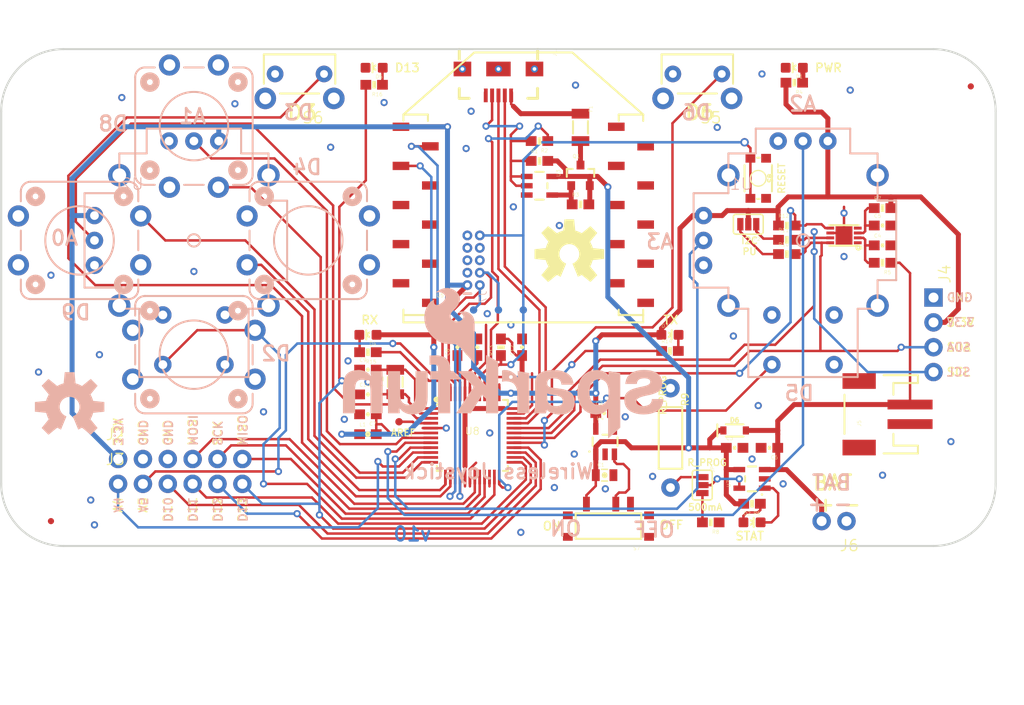
<source format=kicad_pcb>
(kicad_pcb (version 20211014) (generator pcbnew)
  (layers (0 "F.Cu" signal) (31 "B.Cu" signal) (34 "B.Paste" user) (35 "F.Paste" user) (36 "B.SilkS" user "B.Silkscreen") (37 "F.SilkS" user "F.Silkscreen") (38 "B.Mask" user) (39 "F.Mask" user) (44 "Edge.Cuts" user))
  (net 0 "")
  (net 1 "GND")
  (net 2 "3.3V")
  (net 3 "A1")
  (net 4 "A0")
  (net 5 "N$19")
  (net 6 "N$20")
  (net 7 "VBAT")
  (net 8 "PROG")
  (net 9 "N$4")
  (net 10 "N$17")
  (net 11 "N$23")
  (net 12 "D2")
  (net 13 "D3")
  (net 14 "D4")
  (net 15 "D5")
  (net 16 "D6")
  (net 17 "D7")
  (net 18 "D8")
  (net 19 "D9")
  (net 20 "A2")
  (net 21 "A3")
  (net 22 "N$18")
  (net 23 "N$24")
  (net 24 "N$21")
  (net 25 "N$22")
  (net 26 "SWDIO")
  (net 27 "SWCLK")
  (net 28 "~{RESET}")
  (net 29 "AREF")
  (net 30 "RX_LED")
  (net 31 "D0/RXI")
  (net 32 "D11")
  (net 33 "D12")
  (net 34 "SDA")
  (net 35 "SCL")
  (net 36 "USB_D-")
  (net 37 "USB_D+")
  (net 38 "TX_LED")
  (net 39 "USB_HOST_EN")
  (net 40 "D1/TXO")
  (net 41 "SHIELD")
  (net 42 "SPI_MOSI")
  (net 43 "SPI_SCK")
  (net 44 "N$5")
  (net 45 "N$6")
  (net 46 "SPI_MISO")
  (net 47 "N$8")
  (net 48 "VIN")
  (net 49 "N$9")
  (net 50 "N$14")
  (net 51 "N$15")
  (net 52 "N$25")
  (net 53 "N$1")
  (net 54 "N$10")
  (net 55 "D13")
  (net 56 "N$12")
  (net 57 "N$16")
  (net 58 "D10")
  (net 59 "A4")
  (net 60 "A5")
  (net 61 "N$2")
  (net 62 "N$3")
  (net 63 "N$7")
  (net 64 "N$13")
  (footprint "boardEagle:CRYSTAL-SMD-3.2X1.5MM" (layer "F.Cu") (at 137.9601 113.6396 90)
    (fp_text reference "Y1")
    (fp_text value "32.768kHz")
  )
  (footprint "boardEagle:SOT23-5" (layer "F.Cu") (at 152.6921 93.5736 -90)
    (fp_text reference "U3")
    (fp_text value "74AHC1G125")
  )
  (footprint "boardEagle:0603-CAP" (layer "F.Cu") (at 144.3101 110.0836 90)
    (fp_text reference "C8")
    (fp_text value "0.1uF")
  )
  (footprint "boardEagle:0603-RES" (layer "F.Cu") (at 170.1927 127.9906 180)
    (fp_text reference "R8")
    (fp_text value "2.0k")
  )
  (footprint "boardEagle:TACTILE-PTH-SIDEEZ" (layer "F.Cu") (at 128.1811 82.1436 180)
    (fp_text reference "S6")
    (fp_text value "" hide)
  )
  (footprint "boardEagle:0603-RES" (layer "F.Cu") (at 135.8011 83.2485 180)
    (fp_text reference "R16")
    (fp_text value "470")
  )
  (footprint "boardEagle:PTC-1206" (layer "F.Cu") (at 156.8831 87.6046 -90)
    (fp_text reference "F1")
    (fp_text value "500mA")
  )
  (footprint "boardEagle:0603-CAP" (layer "F.Cu") (at 135.1661 114.9096)
    (fp_text reference "C10")
    (fp_text value "15pF")
  )
  (footprint "boardEagle:1X06_NO_SILK" (layer "F.Cu") (at 109.6391 121.5136)
    (fp_text reference "J2")
    (fp_text value "")
  )
  (footprint "boardEagle:STAND-OFF" (layer "F.Cu") (at 192.9511 85.9536)
    (fp_text reference "H2" hide)
    (fp_text value "STAND-OFF" hide)
  )
  (footprint "boardEagle:TDFN-8" (layer "F.Cu") (at 183.8071 98.6536 180)
    (fp_text reference "U6")
    (fp_text value "MAX1704X")
  )
  (footprint "boardEagle:0603-RES" (layer "F.Cu") (at 135.1661 110.5916 180)
    (fp_text reference "R15")
    (fp_text value "330")
  )
  (footprint "boardEagle:0805-CAP" (layer "F.Cu") (at 159.3469 123.1646)
    (fp_text reference "C1")
    (fp_text value "1.0uF")
  )
  (footprint "boardEagle:0603-RES" (layer "F.Cu") (at 178.7271 83.0326 180)
    (fp_text reference "R4")
    (fp_text value "470")
  )
  (footprint "boardEagle:0603-RES" (layer "F.Cu") (at 187.7441 95.8596)
    (fp_text reference "R7")
    (fp_text value "180")
  )
  (footprint "boardEagle:0603" (layer "F.Cu") (at 135.1661 118.9736)
    (fp_text reference "L1")
    (fp_text value "FB - 30 Ohm")
  )
  (footprint "boardEagle:1X06_NO_SILK" (layer "F.Cu") (at 109.6391 124.0536)
    (fp_text reference "J3")
    (fp_text value "")
  )
  (footprint "boardEagle:0603-CAP" (layer "F.Cu") (at 146.3421 110.0836 90)
    (fp_text reference "C11")
    (fp_text value "0.1uF")
  )
  (footprint "boardEagle:TACTILE-PTH-SIDEEZ" (layer "F.Cu") (at 168.8211 82.1436 180)
    (fp_text reference "S5")
    (fp_text value "" hide)
  )
  (footprint "boardEagle:0603-RES" (layer "F.Cu") (at 152.6921 91.0336)
    (fp_text reference "R1")
    (fp_text value "100k")
  )
  (footprint "boardEagle:0603-RES" (layer "F.Cu") (at 166.0271 110.4646)
    (fp_text reference "R14")
    (fp_text value "330")
  )
  (footprint "boardEagle:0603-RES" (layer "F.Cu") (at 156.8831 95.4786)
    (fp_text reference "R3")
    (fp_text value "47K")
  )
  (footprint "boardEagle:0603-CAP" (layer "F.Cu") (at 187.7441 97.6376)
    (fp_text reference "C5")
    (fp_text value "10nF")
  )
  (footprint "boardEagle:0603-CAP" (layer "F.Cu") (at 135.1661 112.3696)
    (fp_text reference "C9")
    (fp_text value "15pF")
  )
  (footprint "boardEagle:DUMMY" (layer "F.Cu") (at 119.2911 145.6436)
    (fp_text reference "FRAME2" hide)
    (fp_text value "FRAME-LETTERNO_PACKAGE" hide)
  )
  (footprint "boardEagle:TQFP-48" (layer "F.Cu") (at 145.8341 119.1006)
    (fp_text reference "U8")
    (fp_text value "ATSAMD21G-A")
  )
  (footprint "boardEagle:MICRO-FIDUCIAL" (layer "F.Cu") (at 102.7811 127.8636)
    (fp_text reference "FD1" hide)
    (fp_text value "FIDUCIALUFIDUCIAL" hide)
  )
  (footprint "boardEagle:LED-0603" (layer "F.Cu") (at 166.0271 108.8136 -90)
    (fp_text reference "D3")
    (fp_text value "GREEN")
  )
  (footprint "boardEagle:LED-0603" (layer "F.Cu") (at 174.4091 127.9906 -90)
    (fp_text reference "D2")
    (fp_text value "BLUE")
  )
  (footprint "boardEagle:0603-CAP" (layer "F.Cu") (at 172.6311 120.3706)
    (fp_text reference "C3")
    (fp_text value "4.7uF")
  )
  (footprint "boardEagle:1X04_NO_SILK" (layer "F.Cu") (at 192.9511 105.0036 -90)
    (fp_text reference "J4")
    (fp_text value "")
  )
  (footprint "boardEagle:TACTILE_SWITCH_SMD_4.6X2.8MM" (layer "F.Cu") (at 175.0441 92.8116 -90)
    (fp_text reference "S8")
    (fp_text value "")
  )
  (footprint "boardEagle:0603-RES" (layer "F.Cu") (at 174.4091 126.0856 180)
    (fp_text reference "R6")
    (fp_text value "470")
  )
  (footprint "boardEagle:PAD-JUMPER-3-2OF3_NC_BY_PASTE_YES_SILK_FULL_BOX" (layer "F.Cu") (at 169.3291 124.1806 -90)
    (fp_text reference "JP1")
    (fp_text value "")
  )
  (footprint "boardEagle:LED-0603" (layer "F.Cu") (at 135.8011 81.5086 90)
    (fp_text reference "D5")
    (fp_text value "RED")
  )
  (footprint "boardEagle:SOT23-5" (layer "F.Cu") (at 159.3977 119.7356)
    (fp_text reference "U4")
    (fp_text value "AP2112K-3.3V")
  )
  (footprint "boardEagle:MICRO-FIDUCIAL" (layer "F.Cu") (at 196.7611 83.4136)
    (fp_text reference "FD2" hide)
    (fp_text value "FIDUCIALUFIDUCIAL" hide)
  )
  (footprint "boardEagle:SOT23-3@1" (layer "F.Cu") (at 156.8831 92.5576)
    (fp_text reference "Q1")
    (fp_text value "2.5A/30V")
  )
  (footprint "boardEagle:0603-CAP" (layer "F.Cu") (at 176.1871 120.3706 180)
    (fp_text reference "C6")
    (fp_text value "10uF")
  )
  (footprint "boardEagle:0603-RES" (layer "F.Cu") (at 148.7551 110.0836 90)
    (fp_text reference "R13")
    (fp_text value "10K")
  )
  (footprint "boardEagle:0603-RES" (layer "F.Cu") (at 177.9651 97.6376)
    (fp_text reference "R12")
    (fp_text value "4.7K")
  )
  (footprint "boardEagle:0603-RES" (layer "F.Cu") (at 152.6921 89.0016 180)
    (fp_text reference "R2")
    (fp_text value "330")
  )
  (footprint "boardEagle:SOT23-5" (layer "F.Cu") (at 174.4091 123.5456 90)
    (fp_text reference "U7")
    (fp_text value "MCP73831")
  )
  (footprint "boardEagle:LED-0603" (layer "F.Cu") (at 135.1661 108.8136 90)
    (fp_text reference "D4")
    (fp_text value "Yellow")
  )
  (footprint "boardEagle:AXIAL-0.4" (layer "F.Cu") (at 166.0779 119.3546 -90)
    (fp_text reference "R9")
    (fp_text value "R_PROG")
  )
  (footprint "boardEagle:0603-CAP" (layer "F.Cu") (at 150.9141 110.0836 90)
    (fp_text reference "C12")
    (fp_text value "0.1uF")
  )
  (footprint "boardEagle:STAND-OFF" (layer "F.Cu") (at 192.9511 124.0536)
    (fp_text reference "H3" hide)
    (fp_text value "STAND-OFF" hide)
  )
  (footprint "boardEagle:PAD-JUMPER-3-NC_BY_PASTE_YES_SILK_FULL_BOX" (layer "F.Cu") (at 174.0281 97.5106 180)
    (fp_text reference "JP2")
    (fp_text value "")
  )
  (footprint "boardEagle:1X02_NO_SILK" (layer "F.Cu") (at 184.0611 127.8636 180)
    (fp_text reference "J6")
    (fp_text value "")
  )
  (footprint "boardEagle:0603-RES" (layer "F.Cu") (at 177.9651 99.0981)
    (fp_text reference "R11")
    (fp_text value "4.7K")
  )
  (footprint "boardEagle:0603-CAP" (layer "F.Cu") (at 135.1661 116.9416 180)
    (fp_text reference "C7")
    (fp_text value "0.1uF")
  )
  (footprint "boardEagle:OSHW-LOGO-L" (layer "F.Cu") (at 155.7401 100.5586)
    (fp_text reference "LOGO2" hide)
    (fp_text value "OSHW-LOGOL" hide)
  )
  (footprint "boardEagle:JST-2-SMD" (layer "F.Cu") (at 186.8551 116.9416 90)
    (fp_text reference "J5")
    (fp_text value "")
  )
  (footprint "boardEagle:USB-AB-MICRO-SMD_V03" (layer "F.Cu") (at 148.5011 81.6356 -90)
    (fp_text reference "J1")
    (fp_text value "")
  )
  (footprint "boardEagle:XBEE-SMD" (layer "F.Cu") (at 151.0411 107.5436)
    (fp_text reference "U5")
    (fp_text value "XBEE-2B3")
  )
  (footprint "boardEagle:0603-CAP" (layer "F.Cu") (at 159.2961 116.8146)
    (fp_text reference "C2")
    (fp_text value "2.2uF")
  )
  (footprint "boardEagle:LED-0603" (layer "F.Cu") (at 178.7271 81.5086 90)
    (fp_text reference "D1")
    (fp_text value "RED")
  )
  (footprint "boardEagle:CREATIVE_COMMONS" (layer "F.Cu") (at 119.2911 145.6436)
    (fp_text reference "FRAME1" hide)
    (fp_text value "FRAME-LETTER" hide)
  )
  (footprint "boardEagle:0603-RES" (layer "F.Cu") (at 177.9651 100.5586)
    (fp_text reference "R10")
    (fp_text value "4.7K")
  )
  (footprint "boardEagle:SOD-323" (layer "F.Cu") (at 172.6311 118.5926)
    (fp_text reference "D6")
    (fp_text value "1A/23V/620mV")
  )
  (footprint "boardEagle:0603-CAP" (layer "F.Cu") (at 187.7441 99.6696)
    (fp_text reference "C4")
    (fp_text value "1.0uF")
  )
  (footprint "boardEagle:STAND-OFF" (layer "F.Cu") (at 104.0511 85.9536)
    (fp_text reference "H1" hide)
    (fp_text value "STAND-OFF" hide)
  )
  (footprint "boardEagle:PAD.03X.03" (layer "F.Cu") (at 138.3411 117.7036)
    (fp_text reference "TP1" hide)
    (fp_text value "" hide)
  )
  (footprint "boardEagle:STAND-OFF" (layer "F.Cu") (at 104.0511 124.0536)
    (fp_text reference "H4" hide)
    (fp_text value "STAND-OFF" hide)
  )
  (footprint "boardEagle:KPS-1290" (layer "F.Cu") (at 159.7406 128.3716)
    (fp_text reference "S7")
    (fp_text value "")
  )
  (footprint "boardEagle:0603-RES" (layer "F.Cu") (at 187.7441 101.4476 180)
    (fp_text reference "R5")
    (fp_text value "1K")
  )
  (footprint "boardEagle:TACTILE-PTH-12MM" (layer "B.Cu") (at 117.3861 87.4776 -90)
    (fp_text reference "S1" hide)
    (fp_text value "" hide)
  )
  (footprint "boardEagle:PAD.03X.03" (layer "B.Cu") (at 145.9611 106.2736 180)
    (fp_text reference "TP2" hide)
    (fp_text value "" hide)
  )
  (footprint "boardEagle:SFE_LOGO_NAME_FLAME_.3" (layer "B.Cu") (at 165.9001 119.4816 180)
    (fp_text reference "LOGO1" hide)
    (fp_text value "SFE_LOGO_NAME_FLAME.3_INCH" hide)
  )
  (footprint "boardEagle:PAD.03X.03" (layer "B.Cu") (at 151.0411 106.2736 180)
    (fp_text reference "TP4" hide)
    (fp_text value "" hide)
  )
  (footprint "boardEagle:OSHW-LOGO-L" (layer "B.Cu") (at 104.6861 116.1796 180)
    (fp_text reference "LOGO3" hide)
    (fp_text value "OSHW-LOGOL" hide)
  )
  (footprint "boardEagle:2X5-PTH-1.27MM" (layer "B.Cu") (at 145.9611 101.1936 90)
    (fp_text reference "J7")
    (fp_text value "CORTEX_DEBUGPTH")
  )
  (footprint "boardEagle:PAD.03X.03" (layer "B.Cu") (at 148.5011 106.2736 180)
    (fp_text reference "TP3" hide)
    (fp_text value "" hide)
  )
  (footprint "boardEagle:JOYSTICK" (layer "B.Cu") (at 179.6161 99.1616)
    (fp_text reference "U1")
    (fp_text value "JOYSTICKPTH")
  )
  (footprint "boardEagle:TACTILE-PTH-12MM" (layer "B.Cu") (at 105.7021 99.1616)
    (fp_text reference "S3" hide)
    (fp_text value "" hide)
  )
  (footprint "boardEagle:JOYSTICK" (layer "B.Cu") (at 117.3861 99.1616)
    (fp_text reference "U2")
    (fp_text value "JOYSTICKPTH")
  )
  (footprint "boardEagle:TACTILE-PTH-12MM" (layer "B.Cu") (at 129.0701 99.1616 180)
    (fp_text reference "S4" hide)
    (fp_text value "" hide)
  )
  (footprint "boardEagle:TACTILE-PTH-12MM" (layer "B.Cu") (at 117.3861 110.8456)
    (fp_text reference "S2" hide)
    (fp_text value "" hide)
  )
  (gr_arc (start 104.0511 130.4036) (mid 99.560972 128.543728) (end 97.7011 124.0536) (layer "Edge.Cuts") (width 0.2032))
  (gr_line (start 97.7011 85.9536) (end 97.7011 124.0536) (layer "Edge.Cuts") (width 0.2032))
  (gr_arc (start 97.7011 85.9536) (mid 99.560972 81.463472) (end 104.0511 79.6036) (layer "Edge.Cuts") (width 0.2032))
  (gr_line (start 199.3011 124.0536) (end 199.3011 85.9536) (layer "Edge.Cuts") (width 0.2032))
  (gr_arc (start 192.9511 79.6036) (mid 197.441228 81.463472) (end 199.3011 85.9536) (layer "Edge.Cuts") (width 0.2032))
  (gr_line (start 192.9511 79.6036) (end 104.0511 79.6036) (layer "Edge.Cuts") (width 0.2032))
  (gr_line (start 104.0511 130.4036) (end 192.9511 130.4036) (layer "Edge.Cuts") (width 0.2032))
  (gr_arc (start 199.3011 124.0536) (mid 197.441228 128.543728) (end 192.9511 130.4036) (layer "Edge.Cuts") (width 0.2032))
  (gr_text "v10" (at 141.7701 130.0226) (layer "B.Cu") (effects (font (size 1.42494 1.42494) (thickness 0.25146)) (justify left bottom mirror)))
  (gr_text "SCL" (at 194.2211 112.6236) (layer "B.SilkS") (effects (font (size 0.8636 0.8636) (thickness 0.1524)) (justify right mirror)))
  (gr_text "A4" (at 109.6391 125.3236 -90) (layer "B.SilkS") (effects (font (size 0.8636 0.8636) (thickness 0.1524)) (justify right mirror)))
  (gr_text "3.3V" (at 109.6391 120.2436 -90) (layer "B.SilkS") (effects (font (size 0.8636 0.8636) (thickness 0.1524)) (justify left mirror)))
  (gr_text "MOSI" (at 117.2591 120.2436 -90) (layer "B.SilkS") (effects (font (size 0.8636 0.8636) (thickness 0.1524)) (justify left mirror)))
  (gr_text "D9" (at 106.9721 107.4166) (layer "B.SilkS") (effects (font (size 1.5113 1.5113) (thickness 0.2667)) (justify left bottom mirror)))
  (gr_text "A5" (at 112.1791 125.3236 -90) (layer "B.SilkS") (effects (font (size 0.8636 0.8636) (thickness 0.1524)) (justify right mirror)))
  (gr_text "D6" (at 170.3451 86.9696) (layer "B.SilkS") (effects (font (size 1.5113 1.5113) (thickness 0.2667)) (justify left bottom mirror)))
  (gr_text "ON" (at 157.1371 129.5146) (layer "B.SilkS") (effects (font (size 1.5113 1.5113) (thickness 0.2667)) (justify left bottom mirror)))
  (gr_text "-" (at 184.8231 126.9746) (layer "B.SilkS") (effects (font (size 1.5113 1.5113) (thickness 0.2667)) (justify left bottom mirror)))
  (gr_text "A1" (at 118.7831 87.3506) (layer "B.SilkS") (effects (font (size 1.5113 1.5113) (thickness 0.2667)) (justify left bottom mirror)))
  (gr_text "D5" (at 180.8861 115.6716) (layer "B.SilkS") (effects (font (size 1.5113 1.5113) (thickness 0.2667)) (justify left bottom mirror)))
  (gr_text "3.3V" (at 194.2211 107.5436) (layer "B.SilkS") (effects (font (size 0.8636 0.8636) (thickness 0.1524)) (justify right mirror)))
  (gr_text "GND" (at 114.7191 120.2436 -90) (layer "B.SilkS") (effects (font (size 0.8636 0.8636) (thickness 0.1524)) (justify left mirror)))
  (gr_text "OFF" (at 166.6621 129.6416) (layer "B.SilkS") (effects (font (size 1.5113 1.5113) (thickness 0.2667)) (justify left bottom mirror)))
  (gr_text "A3" (at 166.5351 100.1776) (layer "B.SilkS") (effects (font (size 1.5113 1.5113) (thickness 0.2667)) (justify left bottom mirror)))
  (gr_text "D13" (at 122.3391 125.3236 -90) (layer "B.SilkS") (effects (font (size 0.8636 0.8636) (thickness 0.1524)) (justify right mirror)))
  (gr_text "MISO" (at 122.3391 120.2436 -90) (layer "B.SilkS") (effects (font (size 0.8636 0.8636) (thickness 0.1524)) (justify left mirror)))
  (gr_text "+" (at 182.1561 126.9746) (layer "B.SilkS") (effects (font (size 1.5113 1.5113) (thickness 0.2667)) (justify left bottom mirror)))
  (gr_text "SCK" (at 119.7991 120.2436 -90) (layer "B.SilkS") (effects (font (size 0.8636 0.8636) (thickness 0.1524)) (justify left mirror)))
  (gr_text "GND" (at 194.2211 105.0036) (layer "B.SilkS") (effects (font (size 0.8636 0.8636) (thickness 0.1524)) (justify right mirror)))
  (gr_text "D3" (at 129.7051 86.9696) (layer "B.SilkS") (effects (font (size 1.5113 1.5113) (thickness 0.2667)) (justify left bottom mirror)))
  (gr_text "D11" (at 117.2591 125.3236 -90) (layer "B.SilkS") (effects (font (size 0.8636 0.8636) (thickness 0.1524)) (justify right mirror)))
  (gr_text "SDA" (at 194.2211 110.0836) (layer "B.SilkS") (effects (font (size 0.8636 0.8636) (thickness 0.1524)) (justify right mirror)))
  (gr_text "A0" (at 105.7021 99.7966) (layer "B.SilkS") (effects (font (size 1.5113 1.5113) (thickness 0.2667)) (justify left bottom mirror)))
  (gr_text "BAT" (at 184.6961 124.8156) (layer "B.SilkS") (effects (font (size 1.5113 1.5113) (thickness 0.2667)) (justify left bottom mirror)))
  (gr_text "Wireless Joystick" (at 148.5011 123.6726) (layer "B.SilkS") (effects (font (size 1.5113 1.5113) (thickness 0.2667)) (justify bottom mirror)))
  (gr_text "D8" (at 110.7821 88.1126) (layer "B.SilkS") (effects (font (size 1.5113 1.5113) (thickness 0.2667)) (justify left bottom mirror)))
  (gr_text "D4" (at 130.5941 92.5576) (layer "B.SilkS") (effects (font (size 1.5113 1.5113) (thickness 0.2667)) (justify left bottom mirror)))
  (gr_text "GND" (at 112.1791 120.2436 -90) (layer "B.SilkS") (effects (font (size 0.8636 0.8636) (thickness 0.1524)) (justify left mirror)))
  (gr_text "D12" (at 119.7991 125.3236 -90) (layer "B.SilkS") (effects (font (size 0.8636 0.8636) (thickness 0.1524)) (justify right mirror)))
  (gr_text "A2" (at 181.1401 86.0806) (layer "B.SilkS") (effects (font (size 1.5113 1.5113) (thickness 0.2667)) (justify left bottom mirror)))
  (gr_text "D2" (at 127.4191 111.6076) (layer "B.SilkS") (effects (font (size 1.5113 1.5113) (thickness 0.2667)) (justify left bottom mirror)))
  (gr_text "D10" (at 114.7191 125.3236 -90) (layer "B.SilkS") (effects (font (size 0.8636 0.8636) (thickness 0.1524)) (justify right mirror)))
  (gr_text "D12" (at 119.7991 125.3236 90) (layer "F.SilkS") (effects (font (size 0.8636 0.8636) (thickness 0.1524)) (justify right)))
  (gr_text "BAT" (at 180.5051 124.8156) (layer "F.SilkS") (effects (font (size 1.5113 1.5113) (thickness 0.2667)) (justify left bottom)))
  (gr_text "GND" (at 112.1791 120.2436 90) (layer "F.SilkS") (effects (font (size 0.8636 0.8636) (thickness 0.1524)) (justify left)))
  (gr_text "D13" (at 122.3391 125.3236 90) (layer "F.SilkS") (effects (font (size 0.8636 0.8636) (thickness 0.1524)) (justify right)))
  (gr_text "PWR" (at 180.7591 82.0166) (layer "F.SilkS") (effects (font (size 0.8636 0.8636) (thickness 0.1524)) (justify left bottom)))
  (gr_text "ON" (at 152.9461 128.8796) (layer "F.SilkS") (effects (font (size 0.8636 0.8636) (thickness 0.1524)) (justify left bottom)))
  (gr_text "OFF" (at 164.8841 128.7526) (layer "F.SilkS") (effects (font (size 0.8636 0.8636) (thickness 0.1524)) (justify left bottom)))
  (gr_text "STAT" (at 172.6311 129.8956) (layer "F.SilkS") (effects (font (size 0.8636 0.8636) (thickness 0.1524)) (justify left bottom)))
  (gr_text "+" (at 180.8861 126.9746) (layer "F.SilkS") (effects (font (size 1.42494 1.42494) (thickness 0.25146)) (justify left bottom)))
  (gr_text "R_PROG" (at 167.7289 122.2756) (layer "F.SilkS") (effects (font (size 0.69088 0.69088) (thickness 0.12192)) (justify left bottom)))
  (gr_text "TX" (at 165.2651 107.7976) (layer "F.SilkS") (effects (font (size 0.8636 0.8636) (thickness 0.1524)) (justify left bottom)))
  (gr_text "SDA" (at 194.2211 110.0836) (layer "F.SilkS") (effects (font (size 0.8636 0.8636) (thickness 0.1524)) (justify left)))
  (gr_text "-" (at 183.5531 126.9746) (layer "F.SilkS") (effects (font (size 1.42494 1.42494) (thickness 0.25146)) (justify left bottom)))
  (gr_text "D11" (at 117.2591 125.3236 90) (layer "F.SilkS") (effects (font (size 0.8636 0.8636) (thickness 0.1524)) (justify right)))
  (gr_text "SCL" (at 194.2211 112.6236) (layer "F.SilkS") (effects (font (size 0.8636 0.8636) (thickness 0.1524)) (justify left)))
  (gr_text "SCK" (at 119.7991 120.2436 90) (layer "F.SilkS") (effects (font (size 0.8636 0.8636) (thickness 0.1524)) (justify left)))
  (gr_text "D10" (at 114.7191 125.3236 90) (layer "F.SilkS") (effects (font (size 0.8636 0.8636) (thickness 0.1524)) (justify right)))
  (gr_text "GND" (at 114.7191 120.2436 90) (layer "F.SilkS") (effects (font (size 0.8636 0.8636) (thickness 0.1524)) (justify left)))
  (gr_text "A4" (at 109.6391 125.3236 90) (layer "F.SilkS") (effects (font (size 0.8636 0.8636) (thickness 0.1524)) (justify right)))
  (gr_text "D3" (at 126.7841 86.9696) (layer "F.SilkS") (effects (font (size 1.5113 1.5113) (thickness 0.2667)) (justify left bottom)))
  (gr_text "GND" (at 194.2211 105.0036) (layer "F.SilkS") (effects (font (size 0.8636 0.8636) (thickness 0.1524)) (justify left)))
  (gr_text "MISO" (at 122.3391 120.2436 90) (layer "F.SilkS") (effects (font (size 0.8636 0.8636) (thickness 0.1524)) (justify left)))
  (gr_text "D13" (at 137.8331 82.0166) (layer "F.SilkS") (effects (font (size 0.8636 0.8636) (thickness 0.1524)) (justify left bottom)))
  (gr_text "MOSI" (at 117.2591 120.2436 90) (layer "F.SilkS") (effects (font (size 0.8636 0.8636) (thickness 0.1524)) (justify left)))
  (gr_text "RESET" (at 177.8381 94.4626 90) (layer "F.SilkS") (effects (font (size 0.69088 0.69088) (thickness 0.12192)) (justify left bottom)))
  (gr_text "500mA" (at 167.8051 126.8476) (layer "F.SilkS") (effects (font (size 0.69088 0.69088) (thickness 0.12192)) (justify left bottom)))
  (gr_text "3.3V" (at 194.2211 107.5436) (layer "F.SilkS") (effects (font (size 0.8636 0.8636) (thickness 0.1524)) (justify left)))
  (gr_text "RX" (at 134.4041 107.7976) (layer "F.SilkS") (effects (font (size 0.8636 0.8636) (thickness 0.1524)) (justify left bottom)))
  (gr_text "D6" (at 167.4241 86.9696) (layer "F.SilkS") (effects (font (size 1.5113 1.5113) (thickness 0.2667)) (justify left bottom)))
  (gr_text "3.3V" (at 109.6391 120.2436 90) (layer "F.SilkS") (effects (font (size 0.8636 0.8636) (thickness 0.1524)) (justify left)))
  (gr_text "A5" (at 112.1791 125.3236 90) (layer "F.SilkS") (effects (font (size 0.8636 0.8636) (thickness 0.1524)) (justify right)))
  (gr_text "AREF" (at 137.4521 119.2276) (layer "F.SilkS") (effects (font (size 0.69088 0.69088) (thickness 0.12192)) (justify left bottom)))
  (gr_text "I2C\nPU" (at 174.1551 98.7806) (layer "F.SilkS") (effects (font (size 0.69088 0.69088) (thickness 0.12192)) (justify top)))
  (segment (start 145.5841 123.3506) (end 145.5841 122.5256) (width 0.254) (layer "F.Cu") (net 1))
  (segment (start 147.2311 111.6076) (end 147.2311 107.7976) (width 0.254) (layer "F.Cu") (net 1))
  (segment (start 146.0841 112.7546) (end 147.2311 111.6076) (width 0.254) (layer "F.Cu") (net 1))
  (segment (start 151.9301 116.014444) (end 151.9301 112.7506) (width 0.254) (layer "F.Cu") (net 1))
  (segment (start 141.5841 118.3506) (end 143.1671 118.3506) (width 0.254) (layer "F.Cu") (net 1))
  (segment (start 182.4071 98.4036) (end 183.8071 98.4036) (width 0.254) (layer "F.Cu") (net 1))
  (segment (start 150.0841 116.8506) (end 151.093943 116.8506) (width 0.254) (layer "F.Cu") (net 1))
  (segment (start 151.093943 116.8506) (end 151.9301 116.014444) (width 0.254) (layer "F.Cu") (net 1))
  (segment (start 183.8071 98.4036) (end 183.8071 95.7326) (width 0.254) (layer "F.Cu") (net 1))
  (segment (start 145.5841 123.3506) (end 145.5841 124.3076) (width 0.254) (layer "F.Cu") (net 1))
  (segment (start 145.5841 122.5256) (end 146.2151 121.8946) (width 0.254) (layer "F.Cu") (net 1))
  (segment (start 146.0841 114.8506) (end 146.0841 112.7546) (width 0.254) (layer "F.Cu") (net 1))
  (segment (start 141.5841 118.3506) (end 140.7661 118.3506) (width 0.254) (layer "F.Cu") (net 1))
  (via (at 154.7241 97.6376) (size 0.7366) (drill 0.381) (layers "F.Cu" "B.Cu") (net 1))
  (via (at 102.7811 102.7176) (size 0.7366) (drill 0.381) (layers "F.Cu" "B.Cu") (net 1))
  (via (at 174.4091 121.5136) (size 0.7366) (drill 0.381) (layers "F.Cu" "B.Cu") (net 1))
  (via (at 131.3561 89.6366) (size 0.7366) (drill 0.381) (layers "F.Cu" "B.Cu") (net 1))
  (via (at 183.8071 100.8126) (size 0.7366) (drill 0.381) (layers "F.Cu" "B.Cu") (net 1))
  (via (at 156.3751 83.2866) (size 0.7366) (drill 0.381) (layers "F.Cu" "B.Cu") (net 1))
  (via (at 133.1341 111.4806) (size 0.7366) (drill 0.381) (layers "F.Cu" "B.Cu") (net 1))
  (via (at 106.8451 125.7046) (size 0.7366) (drill 0.381) (layers "F.Cu" "B.Cu") (net 1))
  (via (at 184.4421 83.7946) (size 0.7366) (drill 0.381) (layers "F.Cu" "B.Cu") (net 1))
  (via (at 135.1661 113.6396) (size 0.7366) (drill 0.381) (layers "F.Cu" "B.Cu") (net 1))
  (via (at 161.4551 117.1956) (size 0.7366) (drill 0.381) (layers "F.Cu" "B.Cu") (net 1))
  (via (at 150.7871 129.0066) (size 0.7366) (drill 0.381) (layers "F.Cu" "B.Cu") (net 1))
  (via (at 150.0251 95.7326) (size 0.7366) (drill 0.381) (layers "F.Cu" "B.Cu") (net 1))
  (via (at 159.4231 124.5616) (size 0.7366) (drill 0.381) (layers "F.Cu" "B.Cu") (net 1))
  (via (at 121.5771 85.1916) (size 0.7366) (drill 0.381) (layers "F.Cu" "B.Cu") (net 1))
  (via (at 147.3581 106.6546) (size 0.7366) (drill 0.381) (layers "F.Cu" "B.Cu") (net 1))
  (via (at 172.5041 108.9406) (size 0.7366) (drill 0.381) (layers "F.Cu" "B.Cu") (net 1))
  (via (at 175.0441 116.0526) (size 0.7366) (drill 0.381) (layers "F.Cu" "B.Cu") (net 1))
  (via (at 143.1671 118.3506) (size 0.7366) (drill 0.381) (layers "F.Cu" "B.Cu") (net 1))
  (via (at 145.7071 85.9536) (size 0.7366) (drill 0.381) (layers "F.Cu" "B.Cu") (net 1))
  (via (at 145.1991 89.7636) (size 0.7366) (drill 0.381) (layers "F.Cu" "B.Cu") (net 1))
  (via (at 183.8071 96.3676) (size 0.7366) (drill 0.381) (layers "F.Cu" "B.Cu") (net 1))
  (via (at 110.0201 84.5566) (size 0.7366) (drill 0.381) (layers "F.Cu" "B.Cu") (net 1))
  (via (at 170.8531 87.6046) (size 0.7366) (drill 0.381) (layers "F.Cu" "B.Cu") (net 1))
  (via (at 107.7341 110.8456) (size 0.7366) (drill 0.381) (layers "F.Cu" "B.Cu") (net 1))
  (via (at 124.4981 116.6876) (size 0.7366) (drill 0.381) (layers "F.Cu" "B.Cu") (net 1))
  (via (at 175.4251 82.1436) (size 0.7366) (drill 0.381) (layers "F.Cu" "B.Cu") (net 1))
  (via (at 149.7711 107.7976) (size 0.7366) (drill 0.381) (layers "F.Cu" "B.Cu") (net 1))
  (via (at 107.2261 128.2446) (size 0.7366) (drill 0.381) (layers "F.Cu" "B.Cu") (net 1))
  (via (at 132.7531 117.4496) (size 0.7366) (drill 0.381) (layers "F.Cu" "B.Cu") (net 1))
  (via (at 177.5841 124.0536) (size 0.7366) (drill 0.381) (layers "F.Cu" "B.Cu") (net 1))
  (via (at 194.7291 119.7356) (size 0.7366) (drill 0.381) (layers "F.Cu" "B.Cu") (net 1))
  (via (at 187.7441 123.1646) (size 0.7366) (drill 0.381) (layers "F.Cu" "B.Cu") (net 1))
  (via (at 156.2481 121.0056) (size 0.7366) (drill 0.381) (layers "F.Cu" "B.Cu") (net 1))
  (via (at 164.2491 123.2916) (size 0.7366) (drill 0.381) (layers "F.Cu" "B.Cu") (net 1))
  (via (at 101.5111 112.6236) (size 0.7366) (drill 0.381) (layers "F.Cu" "B.Cu") (net 1))
  (via (at 117.3861 102.3366) (size 0.7366) (drill 0.381) (layers "F.Cu" "B.Cu") (net 1))
  (via (at 136.8171 85.0646) (size 0.7366) (drill 0.381) (layers "F.Cu" "B.Cu") (net 1))
  (via (at 154.2161 124.4346) (size 0.7366) (drill 0.381) (layers "F.Cu" "B.Cu") (net 1))
  (via (at 147.6121 118.8466) (size 0.7366) (drill 0.381) (layers "F.Cu" "B.Cu") (net 1))
  (segment (start 151.1681 114.7826) (end 151.1681 115.9256) (width 0.508) (layer "F.Cu") (net 2))
  (segment (start 167.0431 106.276019) (end 165.1501 108.169019) (width 0.508) (layer "F.Cu") (net 2))
  (segment (start 177.8771 83.0326) (end 177.8771 85.241794) (width 0.508) (layer "F.Cu") (net 2))
  (segment (start 178.100006 94.7166) (end 177.0761 95.740507) (width 0.508) (layer "F.Cu") (net 2))
  (segment (start 174.0281 96.1136) (end 177.0761 96.1136) (width 0.508) (layer "F.Cu") (net 2))
  (segment (start 145.0841 123.3506) (end 145.0841 122.2636) (width 0.254) (layer "F.Cu") (net 2))
  (segment (start 165.1501 108.169019) (end 165.1501 108.8136) (width 0.508) (layer "F.Cu") (net 2))
  (segment (start 145.0841 114.8506) (end 145.0841 115.9376) (width 0.254) (layer "F.Cu") (net 2))
  (segment (start 178.676906 86.0416) (end 181.515034 86.0416) (width 0.508) (layer "F.Cu") (net 2))
  (segment (start 149.0531 116.3506) (end 145.0841 116.3506) (width 0.508) (layer "F.Cu") (net 2))
  (segment (start 159.0811 108.8136) (end 158.4461 109.4486) (width 0.508) (layer "F.Cu") (net 2))
  (segment (start 151.1681 113.5126) (end 151.1681 114.7826) (width 0.508) (layer "F.Cu") (net 2))
  (segment (start 165.1501 108.8136) (end 159.0811 108.8136) (width 0.508) (layer "F.Cu") (net 2))
  (segment (start 141.8971 108.8136) (end 141.8971 110.0836) (width 0.508) (layer "F.Cu") (net 2))
  (segment (start 169.4561 96.6216) (end 171.3611 96.6216) (width 0.508) (layer "F.Cu") (net 2))
  (segment (start 177.0761 97.5986) (end 177.1151 97.6376) (width 0.508) (layer "F.Cu") (net 2))
  (segment (start 145.0841 123.3506) (end 145.0841 124.3076) (width 0.254) (layer "F.Cu") (net 2))
  (segment (start 151.1681 114.7826) (end 149.7711 114.7826) (width 0.508) (layer "F.Cu") (net 2))
  (segment (start 195.4911 98.550682) (end 195.4911 106.169888) (width 0.508) (layer "F.Cu") (net 2))
  (segment (start 181.515034 86.0416) (end 182.1561 86.682666) (width 0.508) (layer "F.Cu") (net 2))
  (segment (start 145.0841 113.2706) (end 145.0841 114.8506) (width 0.254) (layer "F.Cu") (net 2))
  (segment (start 182.1561 86.682666) (end 182.1561 89.0016) (width 0.508) (layer "F.Cu") (net 2))
  (segment (start 148.7551 109.2336) (end 149.507071 109.2336) (width 0.254) (layer "F.Cu") (net 2))
  (segment (start 144.3101 112.4966) (end 144.9451 113.1316) (width 0.508) (layer "F.Cu") (net 2))
  (segment (start 150.335575 110.9336) (end 150.9141 110.9336) (width 0.254) (layer "F.Cu") (net 2))
  (segment (start 177.0761 95.740507) (end 177.0761 96.1136) (width 0.508) (layer "F.Cu") (net 2))
  (segment (start 150.9141 113.2586) (end 150.9141 110.9336) (width 0.508) (layer "F.Cu") (net 2))
  (segment (start 158.4461 114.7826) (end 158.4461 116.8146) (width 0.508) (layer "F.Cu") (net 2))
  (segment (start 151.1681 116.044404) (end 151.1681 115.9256) (width 0.254) (layer "F.Cu") (net 2))
  (segment (start 134.3161 118.9736) (end 132.4991 118.9736) (width 0.508) (layer "F.Cu") (net 2))
  (segment (start 136.0431 108.8136) (end 141.8971 108.8136) (width 0.508) (layer "F.Cu") (net 2))
  (segment (start 149.8981 110.496125) (end 150.335575 110.9336) (width 0.254) (layer "F.Cu") (net 2))
  (segment (start 150.0841 116.3506) (end 149.0531 116.3506) (width 0.254) (layer "F.Cu") (net 2))
  (segment (start 149.507071 109.2336) (end 149.8981 109.624629) (width 0.254) (layer "F.Cu") (net 2))
  (segment (start 150.861903 116.3506) (end 151.1681 116.044404) (width 0.254) (layer "F.Cu") (net 2))
  (segment (start 149.8981 109.624629) (end 149.8981 110.496125) (width 0.254) (layer "F.Cu") (net 2))
  (segment (start 150.0841 116.3506) (end 150.861903 116.3506) (width 0.254) (layer "F.Cu") (net 2))
  (segment (start 174.0281 97.5106) (end 174.0281 96.1136) (width 0.508) (layer "F.Cu") (net 2))
  (segment (start 145.0841 116.3506) (end 145.0841 115.9376) (width 0.508) (layer "F.Cu") (net 2))
  (segment (start 177.0761 96.1136) (end 177.0761 97.5986) (width 0.508) (layer "F.Cu") (net 2))
  (segment (start 150.9141 113.2586) (end 151.1681 113.5126) (width 0.508) (layer "F.Cu") (net 2))
  (segment (start 143.2941 87.5436) (end 138.5411 87.5436) (width 0.508) (layer "F.Cu") (net 2))
  (segment (start 182.1561 94.7166) (end 178.100006 94.7166) (width 0.508) (layer "F.Cu") (net 2))
  (segment (start 171.3611 96.6216) (end 171.8691 96.1136) (width 0.508) (layer "F.Cu") (net 2))
  (segment (start 144.9451 113.1316) (end 145.0841 113.2706) (width 0.254) (layer "F.Cu") (net 2))
  (segment (start 145.0841 122.2636) (end 145.0841 116.3506) (width 0.508) (layer "F.Cu") (net 2))
  (segment (start 167.0431 97.929144) (end 167.0431 106.276019) (width 0.508) (layer "F.Cu") (net 2))
  (segment (start 194.117387 107.5436) (end 192.9511 107.5436) (width 0.508) (layer "F.Cu") (net 2))
  (segment (start 169.4561 96.6216) (end 168.350643 96.6216) (width 0.508) (layer "F.Cu") (net 2))
  (segment (start 191.657018 94.7166) (end 195.4911 98.550682) (width 0.508) (layer "F.Cu") (net 2))
  (segment (start 171.8691 96.1136) (end 174.0281 96.1136) (width 0.508) (layer "F.Cu") (net 2))
  (segment (start 177.1151 97.6376) (end 177.0761 97.6376) (width 0.508) (layer "F.Cu") (net 2))
  (segment (start 182.1561 89.0016) (end 182.1561 94.7166) (width 0.508) (layer "F.Cu") (net 2))
  (segment (start 177.8771 85.241794) (end 178.676906 86.0416) (width 0.508) (layer "F.Cu") (net 2))
  (segment (start 158.4461 116.8146) (end 158.4477 116.8146) (width 0.508) (layer "F.Cu") (net 2))
  (segment (start 141.8971 107.1626) (end 141.8971 108.8136) (width 0.508) (layer "F.Cu") (net 2))
  (segment (start 191.657018 94.7166) (end 188.5941 94.7166) (width 0.508) (layer "F.Cu") (net 2))
  (segment (start 188.5941 94.7166) (end 182.1561 94.7166) (width 0.508) (layer "F.Cu") (net 2))
  (segment (start 144.3101 110.9336) (end 144.3101 112.4966) (width 0.508) (layer "F.Cu") (net 2))
  (segment (start 145.3261 103.7336) (end 141.8971 107.1626) (width 0.508) (layer "F.Cu") (net 2))
  (segment (start 195.4911 106.169888) (end 194.117387 107.5436) (width 0.508) (layer "F.Cu") (net 2))
  (segment (start 188.5941 94.7166) (end 188.5941 95.8596) (width 0.508) (layer "F.Cu") (net 2))
  (segment (start 168.350643 96.6216) (end 167.0431 97.929144) (width 0.508) (layer "F.Cu") (net 2))
  (segment (start 158.4477 116.8146) (end 158.4477 118.4355) (width 0.508) (layer "F.Cu") (net 2))
  (via (at 143.2941 87.5436) (size 0.7366) (drill 0.381) (layers "F.Cu" "B.Cu") (net 2))
  (via (at 158.4461 114.7826) (size 0.7366) (drill 0.381) (layers "F.Cu" "B.Cu") (net 2))
  (via (at 141.8971 110.0836) (size 0.7366) (drill 0.381) (layers "F.Cu" "B.Cu") (net 2))
  (via (at 149.7711 114.7826) (size 0.7366) (drill 0.381) (layers "F.Cu" "B.Cu") (net 2))
  (via (at 158.4461 109.4486) (size 0.7366) (drill 0.381) (layers "F.Cu" "B.Cu") (net 2))
  (via (at 132.4991 118.9736) (size 0.7366) (drill 0.381) (layers "F.Cu" "B.Cu") (net 2))
  (segment (start 139.043131 118.9736) (end 132.4991 118.9736) (width 0.508) (layer "B.Cu") (net 2))
  (segment (start 143.2941 87.5436) (end 119.9261 87.5436) (width 0.508) (layer "B.Cu") (net 2))
  (segment (start 104.9401 96.6216) (end 104.9401 92.803672) (width 0.508) (layer "B.Cu") (net 2))
  (segment (start 149.7711 114.7826) (end 148.640165 114.7826) (width 0.508) (layer "B.Cu") (net 2))
  (segment (start 141.8971 110.0836) (end 141.8971 116.119632) (width 0.508) (layer "B.Cu") (net 2))
  (segment (start 145.9611 112.103535) (end 145.9611 108.6866) (width 0.508) (layer "B.Cu") (net 2))
  (segment (start 109.6391 121.5136) (end 104.9401 116.8146) (width 0.508) (layer "B.Cu") (net 2))
  (segment (start 148.640165 114.7826) (end 145.9611 112.103535) (width 0.508) (layer "B.Cu") (net 2))
  (segment (start 107.2261 96.6216) (end 104.9401 96.6216) (width 0.508) (layer "B.Cu") (net 2))
  (segment (start 141.8971 116.119632) (end 139.043131 118.9736) (width 0.508) (layer "B.Cu") (net 2))
  (segment (start 143.2941 103.7336) (end 143.2941 87.5436) (width 0.508) (layer "B.Cu") (net 2))
  (segment (start 143.2941 103.7336) (end 145.3261 103.7336) (width 0.508) (layer "B.Cu") (net 2))
  (segment (start 104.9401 116.8146) (end 104.9401 96.6216) (width 0.508) (layer "B.Cu") (net 2))
  (segment (start 119.9261 89.0016) (end 119.9261 87.5436) (width 0.508) (layer "B.Cu") (net 2))
  (segment (start 143.2941 106.0196) (end 143.2941 103.7336) (width 0.508) (layer "B.Cu") (net 2))
  (segment (start 158.4461 109.4486) (end 158.4461 114.7826) (width 0.508) (layer "B.Cu") (net 2))
  (segment (start 104.9401 92.803672) (end 110.200171 87.5436) (width 0.508) (layer "B.Cu") (net 2))
  (segment (start 119.9261 87.5436) (end 110.200171 87.5436) (width 0.508) (layer "B.Cu") (net 2))
  (segment (start 145.9611 108.6866) (end 143.2941 106.0196) (width 0.508) (layer "B.Cu") (net 2))
  (segment (start 149.7711 114.7826) (end 158.4461 114.7826) (width 0.508) (layer "B.Cu") (net 2))
  (segment (start 117.3861 89.0016) (end 119.1641 90.7796) (width 0.254) (layer "F.Cu") (net 3))
  (segment (start 130.9751 96.139241) (end 125.615459 90.7796) (width 0.254) (layer "F.Cu") (net 3))
  (segment (start 138.055831 119.9896) (end 132.301018 119.9896) (width 0.254) (layer "F.Cu") (net 3))
  (segment (start 125.615459 90.7796) (end 119.1641 90.7796) (width 0.254) (layer "F.Cu") (net 3))
  (segment (start 132.301018 119.9896) (end 130.9751 118.663682) (width 0.254) (layer "F.Cu") (net 3))
  (segment (start 130.9751 118.663682) (end 130.9751 96.139241) (width 0.254) (layer "F.Cu") (net 3))
  (segment (start 138.694831 119.3506) (end 138.055831 119.9896) (width 0.254) (layer "F.Cu") (net 3))
  (segment (start 138.694831 119.3506) (end 141.5841 119.3506) (width 0.254) (layer "F.Cu") (net 3))
  (segment (start 133.318709 115.9256) (end 131.6101 114.216991) (width 0.254) (layer "F.Cu") (net 4))
  (segment (start 105.3211 97.2566) (end 105.3211 92.863313) (width 0.254) (layer "F.Cu") (net 4))
  (segment (start 123.237728 87.2236) (end 110.960812 87.2236) (width 0.254) (layer "F.Cu") (net 4))
  (segment (start 141.5841 117.3506) (end 140.1471 117.3506) (width 0.254) (layer "F.Cu") (net 4))
  (segment (start 105.3211 92.863313) (end 110.960812 87.2236) (width 0.254) (layer "F.Cu") (net 4))
  (segment (start 131.6101 114.216991) (end 131.6101 95.595972) (width 0.254) (layer "F.Cu") (net 4))
  (segment (start 140.1471 117.3506) (end 138.7221 115.9256) (width 0.254) (layer "F.Cu") (net 4))
  (segment (start 131.6101 95.595972) (end 123.237728 87.2236) (width 0.254) (layer "F.Cu") (net 4))
  (segment (start 107.2261 99.1616) (end 105.3211 97.2566) (width 0.254) (layer "F.Cu") (net 4))
  (segment (start 138.7221 115.9256) (end 133.318709 115.9256) (width 0.254) (layer "F.Cu") (net 4))
  (segment (start 173.882925 126.9746) (end 175.009393 126.9746) (width 0.254) (layer "F.Cu") (net 5))
  (segment (start 175.2591 126.724894) (end 175.2591 126.0856) (width 0.254) (layer "F.Cu") (net 5))
  (segment (start 173.5321 127.9906) (end 173.5321 127.325425) (width 0.254) (layer "F.Cu") (net 5))
  (segment (start 173.5321 127.325425) (end 173.882925 126.9746) (width 0.254) (layer "F.Cu") (net 5))
  (segment (start 175.009393 126.9746) (end 175.2591 126.724894) (width 0.254) (layer "F.Cu") (net 5))
  (segment (start 176.561975 124.4956) (end 177.0761 125.009725) (width 0.254) (layer "F.Cu") (net 6))
  (segment (start 176.392184 127.9906) (end 175.2861 127.9906) (width 0.254) (layer "F.Cu") (net 6))
  (segment (start 177.0761 127.306685) (end 176.392184 127.9906) (width 0.254) (layer "F.Cu") (net 6))
  (segment (start 175.7092 124.4956) (end 176.561975 124.4956) (width 0.254) (layer "F.Cu") (net 6))
  (segment (start 177.0761 125.009725) (end 177.0761 127.306685) (width 0.254) (layer "F.Cu") (net 6))
  (segment (start 177.0371 122.5956) (end 175.7092 122.5956) (width 0.508) (layer "F.Cu") (net 7))
  (segment (start 173.7811 118.5926) (end 177.0371 118.5926) (width 0.508) (layer "F.Cu") (net 7))
  (segment (start 177.926943 122.5956) (end 181.5211 126.189757) (width 0.508) (layer "F.Cu") (net 7))
  (segment (start 189.491331 101.4476) (end 190.5551 102.511369) (width 0.254) (layer "F.Cu") (net 7))
  (segment (start 177.0371 118.5926) (end 177.0371 117.62271) (width 0.508) (layer "F.Cu") (net 7))
  (segment (start 178.718209 115.9416) (end 177.0371 117.62271) (width 0.508) (layer "F.Cu") (net 7))
  (segment (start 177.0371 120.3706) (end 177.0371 122.5956) (width 0.508) (layer "F.Cu") (net 7))
  (segment (start 190.5551 115.9416) (end 178.718209 115.9416) (width 0.508) (layer "F.Cu") (net 7))
  (segment (start 181.5211 126.189757) (end 181.5211 127.8636) (width 0.508) (layer "F.Cu") (net 7))
  (segment (start 188.5941 101.4476) (end 189.491331 101.4476) (width 0.254) (layer "F.Cu") (net 7))
  (segment (start 190.5551 102.511369) (end 190.5551 115.9416) (width 0.254) (layer "F.Cu") (net 7))
  (segment (start 177.0371 120.3706) (end 177.0371 118.9736) (width 0.508) (layer "F.Cu") (net 7))
  (segment (start 190.6651 115.9416) (end 190.5551 115.9416) (width 0.508) (layer "F.Cu") (net 7))
  (segment (start 177.0371 118.5926) (end 177.0371 118.9736) (width 0.508) (layer "F.Cu") (net 7))
  (segment (start 175.7092 122.5956) (end 177.926943 122.5956) (width 0.508) (layer "F.Cu") (net 7))
  (segment (start 169.3291 124.1806) (end 170.2181 124.1806) (width 0.254) (layer "F.Cu") (net 8))
  (segment (start 173.109 123.5456) (end 173.109 124.4956) (width 0.254) (layer "F.Cu") (net 8))
  (segment (start 170.2181 124.1806) (end 170.8531 123.5456) (width 0.254) (layer "F.Cu") (net 8))
  (via (at 170.8531 123.5456) (size 0.7366) (drill 0.381) (layers "F.Cu" "B.Cu") (net 8))
  (via (at 173.109 123.5456) (size 0.7366) (drill 0.381) (layers "F.Cu" "B.Cu") (net 8))
  (segment (start 170.8531 123.5456) (end 173.109 123.5456) (width 0.254) (layer "B.Cu") (net 8))
  (segment (start 169.3291 123.3678) (end 167.1447 123.3678) (width 0.254) (layer "F.Cu") (net 9))
  (segment (start 167.1447 123.3678) (end 166.0779 124.4346) (width 0.254) (layer "F.Cu") (net 9))
  (segment (start 169.3291 124.9934) (end 169.3427 124.9934) (width 0.254) (layer "F.Cu") (net 10))
  (segment (start 169.3427 124.9934) (end 169.3427 127.9906) (width 0.254) (layer "F.Cu") (net 10))
  (segment (start 169.3291 124.9934) (end 169.3409 124.9934) (width 0.254) (layer "F.Cu") (net 10))
  (segment (start 179.5771 83.0326) (end 179.6041 83.0056) (width 0.508) (layer "F.Cu") (net 11))
  (segment (start 179.6041 83.0056) (end 179.6041 81.5086) (width 0.508) (layer "F.Cu") (net 11))
  (segment (start 128.9431 124.0536) (end 132.4991 127.6096) (width 0.254) (layer "F.Cu") (net 12))
  (segment (start 117.7271 108.3456) (end 114.2111 111.8616) (width 0.254) (layer "F.Cu") (net 12))
  (segment (start 148.0841 125.173288) (end 148.0841 123.3506) (width 0.254) (layer "F.Cu") (net 12))
  (segment (start 123.6361 108.3456) (end 117.7271 108.3456) (width 0.254) (layer "F.Cu") (net 12))
  (segment (start 145.647787 127.6096) (end 148.0841 125.173288) (width 0.254) (layer "F.Cu") (net 12))
  (segment (start 132.4991 127.6096) (end 145.647787 127.6096) (width 0.254) (layer "F.Cu") (net 12))
  (segment (start 124.4981 124.0536) (end 128.9431 124.0536) (width 0.254) (layer "F.Cu") (net 12))
  (segment (start 123.6491 108.3456) (end 123.6361 108.3456) (width 0.254) (layer "F.Cu") (net 12))
  (via (at 124.4981 124.0536) (size 0.7366) (drill 0.381) (layers "F.Cu" "B.Cu") (net 12))
  (segment (start 124.4981 119.9896) (end 126.1491 118.3386) (width 0.254) (layer "B.Cu") (net 12))
  (segment (start 126.1491 110.8586) (end 123.6361 108.3456) (width 0.254) (layer "B.Cu") (net 12))
  (segment (start 124.4981 124.0536) (end 124.4981 119.9896) (width 0.254) (layer "B.Cu") (net 12))
  (segment (start 126.1491 118.3386) (end 126.1491 110.8586) (width 0.254) (layer "B.Cu") (net 12))
  (segment (start 126.2361 86.5886) (end 110.5281 86.5886) (width 0.254) (layer "F.Cu") (net 13))
  (segment (start 142.5681 125.3236) (end 133.929959 125.3236) (width 0.254) (layer "F.Cu") (net 13))
  (segment (start 125.2601 103.7336) (end 107.306528 103.7336) (width 0.254) (layer "F.Cu") (net 13))
  (segment (start 142.5681 125.3236) (end 143.5841 124.3076) (width 0.254) (layer "F.Cu") (net 13))
  (segment (start 110.5281 86.5886) (end 104.5591 92.5576) (width 0.254) (layer "F.Cu") (net 13))
  (segment (start 128.4351 106.9086) (end 125.2601 103.7336) (width 0.254) (layer "F.Cu") (net 13))
  (segment (start 107.306528 103.7336) (end 104.5591 100.986172) (width 0.254) (layer "F.Cu") (net 13))
  (segment (start 128.4351 119.828741) (end 128.4351 106.9086) (width 0.254) (layer "F.Cu") (net 13))
  (segment (start 104.5591 100.986172) (end 104.5591 92.5576) (width 0.254) (layer "F.Cu") (net 13))
  (segment (start 133.929959 125.3236) (end 128.4351 119.828741) (width 0.254) (layer "F.Cu") (net 13))
  (segment (start 130.6811 82.1436) (end 126.2361 86.5886) (width 0.254) (layer "F.Cu") (net 13))
  (segment (start 143.5841 124.3076) (end 143.5841 123.3506) (width 0.254) (layer "F.Cu") (net 13))
  (segment (start 129.0701 106.46401) (end 129.0701 119.476957) (width 0.254) (layer "F.Cu") (net 14))
  (segment (start 129.0701 119.476957) (end 134.281743 124.6886) (width 0.254) (layer "F.Cu") (net 14))
  (segment (start 122.8201 101.6616) (end 124.26769 101.6616) (width 0.254) (layer "F.Cu") (net 14))
  (segment (start 142.513325 124.6886) (end 143.0841 124.117825) (width 0.254) (layer "F.Cu") (net 14))
  (segment (start 143.0841 124.117825) (end 143.0841 123.3506) (width 0.254) (layer "F.Cu") (net 14))
  (segment (start 124.26769 101.6616) (end 129.0701 106.46401) (width 0.254) (layer "F.Cu") (net 14))
  (segment (start 134.281743 124.6886) (end 142.513325 124.6886) (width 0.254) (layer "F.Cu") (net 14))
  (segment (start 176.4411 111.8616) (end 171.7421 116.5606) (width 0.254) (layer "F.Cu") (net 15))
  (segment (start 162.2171 115.2906) (end 159.5501 115.2906) (width 0.254) (layer "F.Cu") (net 15))
  (segment (start 148.908031 124.4346) (end 149.4731 124.4346) (width 0.254) (layer "F.Cu") (net 15))
  (segment (start 171.7421 116.5606) (end 163.4871 116.5606) (width 0.254) (layer "F.Cu") (net 15))
  (segment (start 163.4871 116.5606) (end 162.2171 115.2906) (width 0.254) (layer "F.Cu") (net 15))
  (segment (start 148.5841 124.110669) (end 148.908031 124.4346) (width 0.254) (layer "F.Cu") (net 15))
  (segment (start 148.5841 123.3506) (end 148.5841 124.110669) (width 0.254) (layer "F.Cu") (net 15))
  (via (at 149.4731 124.4346) (size 0.7366) (drill 0.381) (layers "F.Cu" "B.Cu") (net 15))
  (via (at 159.5501 115.2906) (size 0.7366) (drill 0.381) (layers "F.Cu" "B.Cu") (net 15))
  (segment (start 148.5841 117.017775) (end 148.5841 123.5456) (width 0.254) (layer "B.Cu") (net 15))
  (segment (start 159.1691 115.6716) (end 149.930275 115.6716) (width 0.254) (layer "B.Cu") (net 15))
  (segment (start 149.930275 115.6716) (end 148.5841 117.017775) (width 0.254) (layer "B.Cu") (net 15))
  (segment (start 148.5841 123.5456) (end 149.4731 124.4346) (width 0.254) (layer "B.Cu") (net 15))
  (segment (start 159.5501 115.2906) (end 159.1691 115.6716) (width 0.254) (layer "B.Cu") (net 15))
  (segment (start 153.9621 112.541725) (end 153.9621 116.8146) (width 0.254) (layer "F.Cu") (net 16))
  (segment (start 166.2811 87.1836) (end 166.2811 106.0196) (width 0.254) (layer "F.Cu") (net 16))
  (segment (start 171.3211 82.1436) (end 166.2811 87.1836) (width 0.254) (layer "F.Cu") (net 16))
  (segment (start 166.2811 106.0196) (end 164.2491 108.0516) (width 0.254) (layer "F.Cu") (net 16))
  (segment (start 152.9701 119.8506) (end 153.2001 120.0806) (width 0.254) (layer "F.Cu") (net 16))
  (segment (start 164.2491 108.0516) (end 158.452225 108.0516) (width 0.254) (layer "F.Cu") (net 16))
  (segment (start 153.9621 116.8146) (end 153.2001 117.5766) (width 0.254) (layer "F.Cu") (net 16))
  (segment (start 150.0841 119.8506) (end 152.9701 119.8506) (width 0.254) (layer "F.Cu") (net 16))
  (segment (start 158.452225 108.0516) (end 153.9621 112.541725) (width 0.254) (layer "F.Cu") (net 16))
  (via (at 153.2001 120.0806) (size 0.7366) (drill 0.381) (layers "F.Cu" "B.Cu") (net 16))
  (via (at 153.2001 117.5766) (size 0.7366) (drill 0.381) (layers "F.Cu" "B.Cu") (net 16))
  (segment (start 153.2001 117.5766) (end 153.2001 120.0806) (width 0.254) (layer "B.Cu") (net 16))
  (segment (start 173.1391 112.7506) (end 159.325993 112.7506) (width 0.254) (layer "F.Cu") (net 17))
  (segment (start 181.902665 97.9036) (end 182.4071 97.9036) (width 0.254) (layer "F.Cu") (net 17))
  (segment (start 156.8831 116.6876) (end 154.2161 119.3546) (width 0.254) (layer "F.Cu") (net 17))
  (segment (start 178.8151 96.5826) (end 178.3461 96.1136) (width 0.254) (layer "F.Cu") (net 17))
  (segment (start 179.8701 97.6376) (end 179.9971 97.5106) (width 0.254) (layer "F.Cu") (net 17))
  (segment (start 154.2161 119.3546) (end 151.0451 119.3546) (width 0.254) (layer "F.Cu") (net 17))
  (segment (start 179.9971 97.5106) (end 181.509665 97.5106) (width 0.254) (layer "F.Cu") (net 17))
  (segment (start 150.0841 119.3506) (end 151.0411 119.3506) (width 0.254) (layer "F.Cu") (net 17))
  (segment (start 151.0451 119.3546) (end 151.0411 119.3506) (width 0.254) (layer "F.Cu") (net 17))
  (segment (start 178.8151 97.6376) (end 178.8151 96.5826) (width 0.254) (layer "F.Cu") (net 17))
  (segment (start 156.8831 115.193494) (end 156.8831 116.6876) (width 0.254) (layer "F.Cu") (net 17))
  (segment (start 178.8151 97.6376) (end 179.8701 97.6376) (width 0.254) (layer "F.Cu") (net 17))
  (segment (start 181.509665 97.5106) (end 181.902665 97.9036) (width 0.254) (layer "F.Cu") (net 17))
  (segment (start 159.325993 112.7506) (end 156.8831 115.193494) (width 0.254) (layer "F.Cu") (net 17))
  (via (at 173.1391 112.7506) (size 0.7366) (drill 0.381) (layers "F.Cu" "B.Cu") (net 17))
  (via (at 178.3461 96.1136) (size 0.7366) (drill 0.381) (layers "F.Cu" "B.Cu") (net 17))
  (segment (start 174.0281 111.845788) (end 174.0281 111.8616) (width 0.254) (layer "B.Cu") (net 17))
  (segment (start 174.0281 111.8616) (end 173.1391 112.7506) (width 0.254) (layer "B.Cu") (net 17))
  (segment (start 178.3461 96.1136) (end 178.3461 107.527788) (width 0.254) (layer "B.Cu") (net 17))
  (segment (start 178.3461 107.527788) (end 174.0281 111.845788) (width 0.254) (layer "B.Cu") (net 17))
  (segment (start 123.198718 93.7276) (end 119.8861 93.7276) (width 0.254) (layer "F.Cu") (net 18))
  (segment (start 134.327978 122.9106) (end 130.3401 118.922722) (width 0.254) (layer "F.Cu") (net 18))
  (segment (start 140.2821 121.3506) (end 138.7221 122.9106) (width 0.254) (layer "F.Cu") (net 18))
  (segment (start 138.7221 122.9106) (end 134.327978 122.9106) (width 0.254) (layer "F.Cu") (net 18))
  (segment (start 141.5841 121.3506) (end 140.2821 121.3506) (width 0.254) (layer "F.Cu") (net 18))
  (segment (start 130.3401 118.922722) (end 130.3401 100.868982) (width 0.254) (layer "F.Cu") (net 18))
  (segment (start 130.3401 100.868982) (end 123.198718 93.7276) (width 0.254) (layer "F.Cu") (net 18))
  (segment (start 111.9521 96.6616) (end 111.9651 96.6616) (width 0.254) (layer "F.Cu") (net 19))
  (segment (start 129.7051 106.230379) (end 122.636321 99.1616) (width 0.254) (layer "F.Cu") (net 19))
  (segment (start 139.1031 123.4186) (end 133.972375 123.4186) (width 0.254) (layer "F.Cu") (net 19))
  (segment (start 111.9651 96.6616) (end 114.4651 99.1616) (width 0.254) (layer "F.Cu") (net 19))
  (segment (start 133.972375 123.4186) (end 129.7051 119.151325) (width 0.254) (layer "F.Cu") (net 19))
  (segment (start 129.7051 119.151325) (end 129.7051 106.230379) (width 0.254) (layer "F.Cu") (net 19))
  (segment (start 122.636321 99.1616) (end 114.4651 99.1616) (width 0.254) (layer "F.Cu") (net 19))
  (segment (start 140.6711 121.8506) (end 139.1031 123.4186) (width 0.254) (layer "F.Cu") (net 19))
  (segment (start 141.5841 121.8506) (end 140.6711 121.8506) (width 0.254) (layer "F.Cu") (net 19))
  (segment (start 138.0871 120.7516) (end 137.1981 120.7516) (width 0.254) (layer "F.Cu") (net 20))
  (segment (start 138.9881 119.8506) (end 138.0871 120.7516) (width 0.254) (layer "F.Cu") (net 20))
  (segment (start 141.5841 119.8506) (end 138.9881 119.8506) (width 0.254) (layer "F.Cu") (net 20))
  (via (at 137.1981 120.7516) (size 0.7366) (drill 0.381) (layers "F.Cu" "B.Cu") (net 20))
  (segment (start 172.453256 127.2286) (end 138.906709 127.2286) (width 0.254) (layer "B.Cu") (net 20))
  (segment (start 137.1981 125.519991) (end 137.1981 120.7516) (width 0.254) (layer "B.Cu") (net 20))
  (segment (start 179.6161 89.0016) (end 179.6161 120.065757) (width 0.254) (layer "B.Cu") (net 20))
  (segment (start 179.6161 120.065757) (end 172.453256 127.2286) (width 0.254) (layer "B.Cu") (net 20))
  (segment (start 138.906709 127.2286) (end 137.1981 125.519991) (width 0.254) (layer "B.Cu") (net 20))
  (segment (start 138.3411 121.5136) (end 137.9601 121.5136) (width 0.254) (layer "F.Cu") (net 21))
  (segment (start 141.5841 120.3506) (end 139.5041 120.3506) (width 0.254) (layer "F.Cu") (net 21))
  (segment (start 139.5041 120.3506) (end 138.3411 121.5136) (width 0.254) (layer "F.Cu") (net 21))
  (via (at 137.9601 121.5136) (size 0.7366) (drill 0.381) (layers "F.Cu" "B.Cu") (net 21))
  (segment (start 139.267643 126.5936) (end 137.9601 125.286057) (width 0.254) (layer "B.Cu") (net 21))
  (segment (start 168.0591 102.8446) (end 168.8211 103.6066) (width 0.254) (layer "B.Cu") (net 21))
  (segment (start 168.8211 124.526191) (end 166.75369 126.5936) (width 0.254) (layer "B.Cu") (net 21))
  (segment (start 137.9601 125.286057) (end 137.9601 121.5136) (width 0.254) (layer "B.Cu") (net 21))
  (segment (start 168.8211 103.6066) (end 168.8211 124.526191) (width 0.254) (layer "B.Cu") (net 21))
  (segment (start 169.4561 99.1616) (end 168.0591 100.5586) (width 0.254) (layer "B.Cu") (net 21))
  (segment (start 166.75369 126.5936) (end 139.267643 126.5936) (width 0.254) (layer "B.Cu") (net 21))
  (segment (start 168.0591 100.5586) (end 168.0591 102.8446) (width 0.254) (layer "B.Cu") (net 21))
  (segment (start 145.5841 112.4926) (end 145.5841 114.8506) (width 0.254) (layer "F.Cu") (net 22))
  (segment (start 146.3421 110.9336) (end 146.3421 111.7346) (width 0.254) (layer "F.Cu") (net 22))
  (segment (start 146.3421 111.7346) (end 145.5841 112.4926) (width 0.254) (layer "F.Cu") (net 22))
  (segment (start 141.5841 118.8506) (end 137.4481 118.8506) (width 0.254) (layer "F.Cu") (net 23))
  (segment (start 136.5551 117.9576) (end 136.0161 117.9576) (width 0.254) (layer "F.Cu") (net 23))
  (segment (start 136.0161 117.9576) (end 136.0161 116.9416) (width 0.254) (layer "F.Cu") (net 23))
  (segment (start 136.0161 118.9736) (end 136.0161 117.9576) (width 0.254) (layer "F.Cu") (net 23))
  (segment (start 137.4481 118.8506) (end 136.5551 117.9576) (width 0.254) (layer "F.Cu") (net 23))
  (segment (start 136.0161 112.3896) (end 137.9601 112.3896) (width 0.254) (layer "F.Cu") (net 24))
  (segment (start 139.9921 115.5865) (end 140.7562 116.3506) (width 0.254) (layer "F.Cu") (net 24))
  (segment (start 139.9921 113.3856) (end 139.9921 115.5865) (width 0.254) (layer "F.Cu") (net 24))
  (segment (start 138.9961 112.3896) (end 139.9921 113.3856) (width 0.254) (layer "F.Cu") (net 24))
  (segment (start 136.0161 112.3696) (end 136.0161 112.3896) (width 0.254) (layer "F.Cu") (net 24))
  (segment (start 140.7562 116.3506) (end 141.5841 116.3506) (width 0.254) (layer "F.Cu") (net 24))
  (segment (start 137.9601 112.3896) (end 138.9961 112.3896) (width 0.254) (layer "F.Cu") (net 24))
  (segment (start 139.3571 115.698129) (end 139.3571 115.271122) (width 0.254) (layer "F.Cu") (net 25))
  (segment (start 141.5841 116.8506) (end 140.509571 116.8506) (width 0.254) (layer "F.Cu") (net 25))
  (segment (start 138.975578 114.8896) (end 137.9601 114.8896) (width 0.254) (layer "F.Cu") (net 25))
  (segment (start 139.3571 115.271122) (end 138.975578 114.8896) (width 0.254) (layer "F.Cu") (net 25))
  (segment (start 136.0161 114.8896) (end 137.9601 114.8896) (width 0.254) (layer "F.Cu") (net 25))
  (segment (start 136.0161 114.9096) (end 136.0161 114.8896) (width 0.254) (layer "F.Cu") (net 25))
  (segment (start 140.509571 116.8506) (end 139.3571 115.698129) (width 0.254) (layer "F.Cu") (net 25))
  (segment (start 142.7861 112.4966) (end 142.7861 107.399829) (width 0.254) (layer "F.Cu") (net 26))
  (segment (start 142.7861 112.4966) (end 144.0841 113.7946) (width 0.254) (layer "F.Cu") (net 26))
  (segment (start 144.0841 113.7946) (end 144.0841 114.8506) (width 0.254) (layer "F.Cu") (net 26))
  (segment (start 145.9611 105.0036) (end 146.5961 104.3686) (width 0.254) (layer "F.Cu") (net 26))
  (segment (start 146.5961 104.3686) (end 146.5961 103.7336) (width 0.254) (layer "F.Cu") (net 26))
  (segment (start 142.7861 107.399829) (end 145.182328 105.0036) (width 0.254) (layer "F.Cu") (net 26))
  (segment (start 145.182328 105.0036) (end 145.9611 105.0036) (width 0.254) (layer "F.Cu") (net 26))
  (segment (start 145.9611 106.2736) (end 146.5961 105.6386) (width 0.254) (layer "B.Cu") (net 26))
  (segment (start 146.5961 105.6386) (end 146.5961 103.7336) (width 0.254) (layer "B.Cu") (net 26))
  (segment (start 143.4211 107.740822) (end 145.523321 105.6386) (width 0.254) (layer "F.Cu") (net 27))
  (segment (start 145.523321 105.6386) (end 147.1041 105.6386) (width 0.254) (layer "F.Cu") (net 27))
  (segment (start 147.200287 102.4636) (end 146.5961 102.4636) (width 0.254) (layer "F.Cu") (net 27))
  (segment (start 147.7391 105.0036) (end 147.7391 103.002413) (width 0.254) (layer "F.Cu") (net 27))
  (segment (start 143.4211 112.4966) (end 143.4211 107.740822) (width 0.254) (layer "F.Cu") (net 27))
  (segment (start 143.4211 112.4966) (end 144.5841 113.6596) (width 0.254) (layer "F.Cu") (net 27))
  (segment (start 147.7391 103.002413) (end 147.200287 102.4636) (width 0.254) (layer "F.Cu") (net 27))
  (segment (start 147.1041 105.6386) (end 147.7391 105.0036) (width 0.254) (layer "F.Cu") (net 27))
  (segment (start 144.5841 113.6596) (end 144.5841 114.8506) (width 0.254) (layer "F.Cu") (net 27))
  (segment (start 148.5011 103.541229) (end 147.423471 102.4636) (width 0.254) (layer "B.Cu") (net 27))
  (segment (start 148.5011 106.2736) (end 148.5011 103.541229) (width 0.254) (layer "B.Cu") (net 27))
  (segment (start 147.423471 102.4636) (end 146.5961 102.4636) (width 0.254) (layer "B.Cu") (net 27))
  (segment (start 147.0841 113.32546) (end 148.547959 111.8616) (width 0.254) (layer "F.Cu") (net 28))
  (segment (start 148.7551 111.6584) (end 148.7551 110.9336) (width 0.254) (layer "F.Cu") (net 28))
  (segment (start 147.0841 114.8506) (end 147.0841 113.32546) (width 0.254) (layer "F.Cu") (net 28))
  (segment (start 148.547959 111.8616) (end 148.7551 111.8616) (width 0.254) (layer "F.Cu") (net 28))
  (segment (start 148.7551 110.9336) (end 148.7551 111.8616) (width 0.254) (layer "F.Cu") (net 28))
  (segment (start 174.2441 89.7256) (end 173.6471 89.1286) (width 0.254) (layer "F.Cu") (net 28))
  (segment (start 174.2441 94.8616) (end 174.2441 90.7616) (width 0.254) (layer "F.Cu") (net 28))
  (segment (start 148.7551 111.8616) (end 149.7711 111.8616) (width 0.254) (layer "F.Cu") (net 28))
  (segment (start 174.2441 90.7616) (end 174.2441 89.7256) (width 0.254) (layer "F.Cu") (net 28))
  (via (at 173.6471 89.1286) (size 0.8636) (drill 0.508) (layers "F.Cu" "B.Cu") (net 28))
  (via (at 149.7711 111.8616) (size 0.7366) (drill 0.381) (layers "F.Cu" "B.Cu") (net 28))
  (segment (start 152.846106 89.1286) (end 151.0411 90.933607) (width 0.254) (layer "B.Cu") (net 28))
  (segment (start 146.5961 98.6536) (end 151.0411 98.6536) (width 0.254) (layer "B.Cu") (net 28))
  (segment (start 151.0411 106.2736) (end 151.0411 110.5916) (width 0.254) (layer "B.Cu") (net 28))
  (segment (start 151.0411 110.5916) (end 149.7711 111.8616) (width 0.254) (layer "B.Cu") (net 28))
  (segment (start 151.0411 90.933607) (end 151.0411 98.6536) (width 0.254) (layer "B.Cu") (net 28))
  (segment (start 151.0411 98.6536) (end 151.0411 106.2736) (width 0.254) (layer "B.Cu") (net 28))
  (segment (start 173.6471 89.1286) (end 152.846106 89.1286) (width 0.254) (layer "B.Cu") (net 28))
  (segment (start 141.5841 117.8506) (end 139.8851 117.8506) (width 0.254) (layer "F.Cu") (net 29))
  (segment (start 139.8851 117.8506) (end 139.7381 117.7036) (width 0.254) (layer "F.Cu") (net 29))
  (segment (start 139.7381 117.7036) (end 138.3411 117.7036) (width 0.254) (layer "F.Cu") (net 29))
  (segment (start 136.0161 110.5916) (end 138.4681 110.5916) (width 0.254) (layer "F.Cu") (net 30))
  (segment (start 143.0841 114.0646) (end 142.5321 113.5126) (width 0.254) (layer "F.Cu") (net 30))
  (segment (start 142.5321 113.5126) (end 141.3891 113.5126) (width 0.254) (layer "F.Cu") (net 30))
  (segment (start 138.4681 110.5916) (end 141.3891 113.5126) (width 0.254) (layer "F.Cu") (net 30))
  (segment (start 143.0841 114.8506) (end 143.0841 114.0646) (width 0.254) (layer "F.Cu") (net 30))
  (segment (start 144.5841 125.3036) (end 144.5641 125.3236) (width 0.254) (layer "F.Cu") (net 31))
  (segment (start 144.5841 123.3506) (end 144.5841 125.3036) (width 0.254) (layer "F.Cu") (net 31))
  (segment (start 141.5411 89.5436) (end 139.6111 89.5436) (width 0.254) (layer "F.Cu") (net 31))
  (via (at 144.5641 125.3236) (size 0.7366) (drill 0.381) (layers "F.Cu" "B.Cu") (net 31))
  (via (at 139.6111 89.5436) (size 0.7366) (drill 0.381) (layers "F.Cu" "B.Cu") (net 31))
  (segment (start 142.2781 107.0356) (end 142.2781 91.516491) (width 0.254) (layer "B.Cu") (net 31))
  (segment (start 142.2781 91.516491) (end 140.305209 89.5436) (width 0.254) (layer "B.Cu") (net 31))
  (segment (start 142.2781 107.0356) (end 144.5641 109.3216) (width 0.254) (layer "B.Cu") (net 31))
  (segment (start 144.5641 109.3216) (end 144.5641 125.3236) (width 0.254) (layer "B.Cu") (net 31))
  (segment (start 140.305209 89.5436) (end 139.6111 89.5436) (width 0.254) (layer "B.Cu") (net 31))
  (segment (start 129.4511 125.4506) (end 118.6561 125.4506) (width 0.254) (layer "F.Cu") (net 32))
  (segment (start 151.2951 122.268213) (end 151.2951 123.627475) (width 0.254) (layer "F.Cu") (net 32))
  (segment (start 150.0841 121.8506) (end 150.877487 121.8506) (width 0.254) (layer "F.Cu") (net 32))
  (segment (start 118.6561 125.4506) (end 117.2591 124.0536) (width 0.254) (layer "F.Cu") (net 32))
  (segment (start 146.804975 128.1176) (end 132.1181 128.1176) (width 0.254) (layer "F.Cu") (net 32))
  (segment (start 129.4511 125.4506) (end 132.1181 128.1176) (width 0.254) (layer "F.Cu") (net 32))
  (segment (start 150.877487 121.8506) (end 151.2951 122.268213) (width 0.254) (layer "F.Cu") (net 32))
  (segment (start 151.2951 123.627475) (end 146.804975 128.1176) (width 0.254) (layer "F.Cu") (net 32))
  (segment (start 130.4671 129.6416) (end 127.9271 127.1016) (width 0.254) (layer "F.Cu") (net 33))
  (segment (start 150.0841 120.3506) (end 151.56004 120.3506) (width 0.254) (layer "F.Cu") (net 33))
  (segment (start 147.762968 129.6416) (end 130.4671 129.6416) (width 0.254) (layer "F.Cu") (net 33))
  (segment (start 152.8191 124.585469) (end 147.762968 129.6416) (width 0.254) (layer "F.Cu") (net 33))
  (segment (start 152.8191 121.60966) (end 152.8191 124.585469) (width 0.254) (layer "F.Cu") (net 33))
  (segment (start 151.56004 120.3506) (end 152.8191 121.60966) (width 0.254) (layer "F.Cu") (net 33))
  (via (at 127.9271 127.1016) (size 0.7366) (drill 0.381) (layers "F.Cu" "B.Cu") (net 33))
  (segment (start 127.9271 127.1016) (end 122.8471 127.1016) (width 0.254) (layer "B.Cu") (net 33))
  (segment (start 122.8471 127.1016) (end 119.7991 124.0536) (width 0.254) (layer "B.Cu") (net 33))
  (segment (start 180.448818 99.4036) (end 181.5211 99.4036) (width 0.254) (layer "F.Cu") (net 34))
  (segment (start 156.2481 114.872329) (end 159.131828 111.9886) (width 0.254) (layer "F.Cu") (net 34))
  (segment (start 181.5211 100.6856) (end 181.5211 99.4036) (width 0.254) (layer "F.Cu") (net 34))
  (segment (start 153.910406 118.8506) (end 156.2481 116.512907) (width 0.254) (layer "F.Cu") (net 34))
  (segment (start 156.2481 116.512907) (end 156.2481 114.872329) (width 0.254) (layer "F.Cu") (net 34))
  (segment (start 179.8701 100.274622) (end 179.8701 99.982319) (width 0.254) (layer "F.Cu") (net 34))
  (segment (start 150.0841 118.8506) (end 153.910406 118.8506) (width 0.254) (layer "F.Cu") (net 34))
  (segment (start 181.3941 110.4646) (end 181.3941 100.8126) (width 0.254) (layer "F.Cu") (net 34))
  (segment (start 179.8701 99.982319) (end 180.448818 99.4036) (width 0.254) (layer "F.Cu") (net 34))
  (segment (start 174.1551 110.4646) (end 181.3941 110.4646) (width 0.254) (layer "F.Cu") (net 34))
  (segment (start 181.5211 99.4036) (end 182.4071 99.4036) (width 0.254) (layer "F.Cu") (net 34))
  (segment (start 159.131828 111.9886) (end 172.6311 111.9886) (width 0.254) (layer "F.Cu") (net 34))
  (segment (start 179.586121 100.5586) (end 179.8701 100.274622) (width 0.254) (layer "F.Cu") (net 34))
  (segment (start 181.3941 110.4646) (end 189.2681 110.4646) (width 0.254) (layer "F.Cu") (net 34))
  (segment (start 178.8151 100.5586) (end 179.586121 100.5586) (width 0.254) (layer "F.Cu") (net 34))
  (segment (start 189.2681 110.4646) (end 189.6491 110.0836) (width 0.254) (layer "F.Cu") (net 34))
  (segment (start 181.3941 100.8126) (end 181.5211 100.6856) (width 0.254) (layer "F.Cu") (net 34))
  (segment (start 172.6311 111.9886) (end 174.1551 110.4646) (width 0.254) (layer "F.Cu") (net 34))
  (via (at 189.6491 110.0836) (size 0.7366) (drill 0.381) (layers "F.Cu" "B.Cu") (net 34))
  (segment (start 192.9511 110.0836) (end 189.6491 110.0836) (width 0.254) (layer "B.Cu") (net 34))
  (segment (start 172.1231 111.3536) (end 158.907762 111.3536) (width 0.254) (layer "F.Cu") (net 35))
  (segment (start 180.7591 100.3046) (end 180.7591 105.853872) (width 0.254) (layer "F.Cu") (net 35))
  (segment (start 172.1231 111.3536) (end 173.6471 109.8296) (width 0.254) (layer "F.Cu") (net 35))
  (segment (start 178.8151 99.0981) (end 179.7431 99.0981) (width 0.254) (layer "F.Cu") (net 35))
  (segment (start 153.621593 118.3506) (end 150.0841 118.3506) (width 0.254) (layer "F.Cu") (net 35))
  (segment (start 158.907762 111.3536) (end 155.6131 114.648263) (width 0.254) (layer "F.Cu") (net 35))
  (segment (start 179.9376 98.9036) (end 180.7591 98.9036) (width 0.254) (layer "F.Cu") (net 35))
  (segment (start 176.783371 109.8296) (end 173.6471 109.8296) (width 0.254) (layer "F.Cu") (net 35))
  (segment (start 155.6131 114.648263) (end 155.6131 116.359094) (width 0.254) (layer "F.Cu") (net 35))
  (segment (start 179.7431 99.0981) (end 179.9376 98.9036) (width 0.254) (layer "F.Cu") (net 35))
  (segment (start 155.6131 116.359094) (end 153.621593 118.3506) (width 0.254) (layer "F.Cu") (net 35))
  (segment (start 180.7591 98.9036) (end 180.7591 98.2726) (width 0.254) (layer "F.Cu") (net 35))
  (segment (start 182.4071 98.9036) (end 180.7591 98.9036) (width 0.254) (layer "F.Cu") (net 35))
  (segment (start 180.7591 105.853872) (end 176.783371 109.8296) (width 0.254) (layer "F.Cu") (net 35))
  (via (at 180.7591 100.3046) (size 0.7366) (drill 0.381) (layers "F.Cu" "B.Cu") (net 35))
  (via (at 180.7591 98.2726) (size 0.7366) (drill 0.381) (layers "F.Cu" "B.Cu") (net 35))
  (segment (start 186.2201 112.6236) (end 180.7591 107.1626) (width 0.254) (layer "B.Cu") (net 35))
  (segment (start 180.7591 100.3046) (end 180.7591 98.2726) (width 0.254) (layer "B.Cu") (net 35))
  (segment (start 180.7591 107.1626) (end 180.7591 100.3046) (width 0.254) (layer "B.Cu") (net 35))
  (segment (start 192.9511 112.6236) (end 186.2201 112.6236) (width 0.254) (layer "B.Cu") (net 35))
  (segment (start 153.3271 106.0046) (end 153.3271 116.030069) (width 0.254) (layer "F.Cu") (net 36))
  (segment (start 149.1511 84.3356) (end 149.1511 101.8286) (width 0.254) (layer "F.Cu") (net 36))
  (segment (start 151.506568 117.8506) (end 150.0841 117.8506) (width 0.254) (layer "F.Cu") (net 36))
  (segment (start 153.3271 116.030069) (end 151.506568 117.8506) (width 0.254) (layer "F.Cu") (net 36))
  (segment (start 149.1511 101.8286) (end 153.3271 106.0046) (width 0.254) (layer "F.Cu") (net 36))
  (segment (start 152.6921 106.2736) (end 152.6921 115.979379) (width 0.254) (layer "F.Cu") (net 37))
  (segment (start 151.320878 117.3506) (end 150.0841 117.3506) (width 0.254) (layer "F.Cu") (net 37))
  (segment (start 152.6921 115.979379) (end 151.320878 117.3506) (width 0.254) (layer "F.Cu") (net 37))
  (segment (start 148.5011 84.3356) (end 148.5011 102.0826) (width 0.254) (layer "F.Cu") (net 37))
  (segment (start 148.5011 102.0826) (end 152.6921 106.2736) (width 0.254) (layer "F.Cu") (net 37))
  (segment (start 147.987712 113.1316) (end 149.7711 113.1316) (width 0.254) (layer "F.Cu") (net 38))
  (segment (start 147.5841 113.535213) (end 147.987712 113.1316) (width 0.254) (layer "F.Cu") (net 38))
  (segment (start 157.3911 110.4646) (end 155.9941 111.8616) (width 0.254) (layer "F.Cu") (net 38))
  (segment (start 147.5841 113.535213) (end 147.5841 114.8506) (width 0.254) (layer "F.Cu") (net 38))
  (segment (start 165.1771 110.4646) (end 157.3911 110.4646) (width 0.254) (layer "F.Cu") (net 38))
  (via (at 149.7711 113.1316) (size 0.7366) (drill 0.381) (layers "F.Cu" "B.Cu") (net 38))
  (via (at 155.9941 111.8616) (size 0.7366) (drill 0.381) (layers "F.Cu" "B.Cu") (net 38))
  (segment (start 155.9941 111.8616) (end 155.9941 111.8616) (width 0.254) (layer "B.Cu") (net 38))
  (segment (start 149.7711 113.1316) (end 154.8511 113.1316) (width 0.254) (layer "B.Cu") (net 38))
  (segment (start 155.9941 111.8616) (end 154.8511 113.1316) (width 0.254) (layer "B.Cu") (net 38))
  (segment (start 153.5421 88.364738) (end 152.654962 87.4776) (width 0.254) (layer "F.Cu") (net 39))
  (segment (start 147.8661 102.3366) (end 148.4376 102.9081) (width 0.254) (layer "F.Cu") (net 39))
  (segment (start 147.7391 108.3056) (end 147.7391 111.9378) (width 0.254) (layer "F.Cu") (net 39))
  (segment (start 152.654962 87.4776) (end 152.5651 87.4776) (width 0.254) (layer "F.Cu") (net 39))
  (segment (start 148.4376 102.9081) (end 148.4376 107.6071) (width 0.254) (layer "F.Cu") (net 39))
  (segment (start 147.8661 89.1286) (end 147.8661 102.3366) (width 0.254) (layer "F.Cu") (net 39))
  (segment (start 153.5421 89.0016) (end 153.5421 88.364738) (width 0.254) (layer "F.Cu") (net 39))
  (segment (start 147.7391 111.9378) (end 146.5841 113.0928) (width 0.254) (layer "F.Cu") (net 39))
  (segment (start 147.7391 108.3056) (end 148.4376 107.6071) (width 0.254) (layer "F.Cu") (net 39))
  (segment (start 147.4851 88.7476) (end 147.8661 89.1286) (width 0.254) (layer "F.Cu") (net 39))
  (segment (start 146.5841 113.0928) (end 146.5841 114.8506) (width 0.254) (layer "F.Cu") (net 39))
  (via (at 147.4851 88.7476) (size 0.7366) (drill 0.381) (layers "F.Cu" "B.Cu") (net 39))
  (via (at 152.5651 87.4776) (size 0.7366) (drill 0.381) (layers "F.Cu" "B.Cu") (net 39))
  (segment (start 152.5651 87.4776) (end 151.2951 88.7476) (width 0.254) (layer "B.Cu") (net 39))
  (segment (start 151.2951 88.7476) (end 147.4851 88.7476) (width 0.254) (layer "B.Cu") (net 39))
  (segment (start 144.0841 124.7876) (end 144.0841 123.3506) (width 0.254) (layer "F.Cu") (net 40))
  (segment (start 140.5001 91.5436) (end 138.5411 91.5436) (width 0.254) (layer "F.Cu") (net 40))
  (segment (start 143.5481 125.3236) (end 144.0841 124.7876) (width 0.254) (layer "F.Cu") (net 40))
  (segment (start 140.5001 91.5416) (end 140.5001 91.5436) (width 0.254) (layer "F.Cu") (net 40))
  (via (at 143.5481 125.3236) (size 0.7366) (drill 0.381) (layers "F.Cu" "B.Cu") (net 40))
  (via (at 140.5001 91.5416) (size 0.7366) (drill 0.381) (layers "F.Cu" "B.Cu") (net 40))
  (segment (start 141.6431 107.4166) (end 144.0841 109.8576) (width 0.254) (layer "B.Cu") (net 40))
  (segment (start 144.0841 124.7876) (end 143.5481 125.3236) (width 0.254) (layer "B.Cu") (net 40))
  (segment (start 144.0841 109.8576) (end 144.0841 124.7876) (width 0.254) (layer "B.Cu") (net 40))
  (segment (start 141.6431 107.4166) (end 141.6431 92.6846) (width 0.254) (layer "B.Cu") (net 40))
  (segment (start 141.6431 92.6846) (end 140.5001 91.5416) (width 0.254) (layer "B.Cu") (net 40))
  (via (at 148.5011 81.6356) (size 0.7366) (drill 0.381) (layers "F.Cu" "B.Cu") (net 41))
  (via (at 144.8181 81.6356) (size 0.7366) (drill 0.381) (layers "F.Cu" "B.Cu") (net 41))
  (via (at 152.182575 81.6356) (size 0.7366) (drill 0.381) (layers "F.Cu" "B.Cu") (net 41))
  (segment (start 144.916253 126.0856) (end 133.7691 126.0856) (width 0.254) (layer "F.Cu") (net 42))
  (segment (start 146.0841 124.917754) (end 144.916253 126.0856) (width 0.254) (layer "F.Cu") (net 42))
  (segment (start 146.0841 123.3506) (end 146.0841 124.917754) (width 0.254) (layer "F.Cu") (net 42))
  (segment (start 119.2911 119.4816) (end 127.1651 119.4816) (width 0.254) (layer "F.Cu") (net 42))
  (segment (start 133.7691 126.0856) (end 127.1651 119.4816) (width 0.254) (layer "F.Cu") (net 42))
  (segment (start 117.2591 121.5136) (end 119.2911 119.4816) (width 0.254) (layer "F.Cu") (net 42))
  (segment (start 146.5841 123.3506) (end 146.5841 125.122816) (width 0.254) (layer "F.Cu") (net 43))
  (segment (start 133.2611 126.5936) (end 126.7841 120.1166) (width 0.254) (layer "F.Cu") (net 43))
  (segment (start 146.5841 125.122816) (end 145.113315 126.5936) (width 0.254) (layer "F.Cu") (net 43))
  (segment (start 121.1961 120.1166) (end 126.7841 120.1166) (width 0.254) (layer "F.Cu") (net 43))
  (segment (start 119.7991 121.5136) (end 121.1961 120.1166) (width 0.254) (layer "F.Cu") (net 43))
  (segment (start 145.113315 126.5936) (end 133.2611 126.5936) (width 0.254) (layer "F.Cu") (net 43))
  (segment (start 148.5841 114.8506) (end 148.5841 113.8936) (width 0.254) (layer "F.Cu") (net 44))
  (segment (start 148.0841 114.8506) (end 148.0841 113.8936) (width 0.254) (layer "F.Cu") (net 45))
  (segment (start 147.0841 125.39035) (end 145.37285 127.1016) (width 0.254) (layer "F.Cu") (net 46))
  (segment (start 122.3391 121.5136) (end 127.2921 121.5136) (width 0.254) (layer "F.Cu") (net 46))
  (segment (start 145.37285 127.1016) (end 132.8801 127.1016) (width 0.254) (layer "F.Cu") (net 46))
  (segment (start 147.0841 123.3506) (end 147.0841 125.39035) (width 0.254) (layer "F.Cu") (net 46))
  (segment (start 132.8801 127.1016) (end 127.2921 121.5136) (width 0.254) (layer "F.Cu") (net 46))
  (segment (start 147.5841 123.3506) (end 147.5841 124.3076) (width 0.254) (layer "F.Cu") (net 47))
  (segment (start 157.8331 95.3786) (end 157.7331 95.4786) (width 0.508) (layer "F.Cu") (net 48))
  (segment (start 158.142468 124.5616) (end 158.4469 124.257169) (width 0.254) (layer "F.Cu") (net 48))
  (segment (start 173.109 122.5956) (end 171.7811 122.5956) (width 0.508) (layer "F.Cu") (net 48))
  (segment (start 171.4811 118.5926) (end 171.006909 118.5926) (width 0.508) (layer "F.Cu") (net 48))
  (segment (start 158.4477 121.0357) (end 158.4477 123.1638) (width 0.508) (layer "F.Cu") (net 48))
  (segment (start 171.7811 125.190838) (end 171.7811 122.5956) (width 0.508) (layer "F.Cu") (net 48))
  (segment (start 158.4469 124.257169) (end 158.4469 123.1646) (width 0.254) (layer "F.Cu") (net 48))
  (segment (start 153.5421 91.0336) (end 154.507159 91.0336) (width 0.508) (layer "F.Cu") (net 48))
  (segment (start 157.4906 125.213469) (end 158.142468 124.5616) (width 0.254) (layer "F.Cu") (net 48))
  (segment (start 153.9922 92.6236) (end 155.3591 92.6236) (width 0.508) (layer "F.Cu") (net 48))
  (segment (start 157.8331 92.6236) (end 155.3591 92.6236) (width 0.508) (layer "F.Cu") (net 48))
  (segment (start 155.3591 91.885541) (end 155.3591 92.6236) (width 0.508) (layer "F.Cu") (net 48))
  (segment (start 173.5591 126.0856) (end 172.675862 126.0856) (width 0.508) (layer "F.Cu") (net 48))
  (segment (start 157.4906 126.1216) (end 157.4906 125.213469) (width 0.254) (layer "F.Cu") (net 48))
  (segment (start 158.4477 120.267557) (end 158.4477 121.0357) (width 0.508) (layer "F.Cu") (net 48))
  (segment (start 154.507159 91.0336) (end 155.3591 91.885541) (width 0.508) (layer "F.Cu") (net 48))
  (segment (start 172.675862 126.0856) (end 171.7811 125.190838) (width 0.508) (layer "F.Cu") (net 48))
  (segment (start 161.4551 119.7356) (end 158.979656 119.7356) (width 0.508) (layer "F.Cu") (net 48))
  (segment (start 158.4477 123.1638) (end 158.4469 123.1646) (width 0.508) (layer "F.Cu") (net 48))
  (segment (start 171.006909 118.5926) (end 170.0911 119.50841) (width 0.508) (layer "F.Cu") (net 48))
  (segment (start 170.0911 120.3706) (end 167.9321 120.3706) (width 0.508) (layer "F.Cu") (net 48))
  (segment (start 157.8331 93.5576) (end 157.8331 92.6236) (width 0.508) (layer "F.Cu") (net 48))
  (segment (start 158.6216 92.6236) (end 157.8331 92.6236) (width 0.508) (layer "F.Cu") (net 48))
  (segment (start 171.7811 120.3706) (end 170.0911 120.3706) (width 0.508) (layer "F.Cu") (net 48))
  (segment (start 158.6216 92.6236) (end 159.6771 93.6791) (width 0.508) (layer "F.Cu") (net 48))
  (segment (start 170.0911 119.50841) (end 170.0911 120.3706) (width 0.508) (layer "F.Cu") (net 48))
  (segment (start 158.979656 119.7356) (end 158.4477 120.267557) (width 0.508) (layer "F.Cu") (net 48))
  (segment (start 171.7811 122.5956) (end 171.7811 120.3706) (width 0.508) (layer "F.Cu") (net 48))
  (segment (start 167.9321 120.3706) (end 162.0901 120.3706) (width 0.508) (layer "F.Cu") (net 48))
  (segment (start 162.0901 120.3706) (end 161.4551 119.7356) (width 0.508) (layer "F.Cu") (net 48))
  (segment (start 159.6771 93.6791) (end 159.6771 93.7006) (width 0.508) (layer "F.Cu") (net 48))
  (segment (start 157.8331 93.5576) (end 157.8331 95.3786) (width 0.508) (layer "F.Cu") (net 48))
  (via (at 159.6771 93.7006) (size 0.7366) (drill 0.381) (layers "F.Cu" "B.Cu") (net 48))
  (via (at 167.9321 120.3706) (size 0.7366) (drill 0.381) (layers "F.Cu" "B.Cu") (net 48))
  (segment (start 167.9321 113.205032) (end 167.9321 120.3706) (width 0.508) (layer "B.Cu") (net 48))
  (segment (start 159.6771 104.950032) (end 159.6771 93.7006) (width 0.508) (layer "B.Cu") (net 48))
  (segment (start 159.6771 104.950032) (end 167.9321 113.205032) (width 0.508) (layer "B.Cu") (net 48))
  (segment (start 149.8011 84.3356) (end 149.8011 85.2216) (width 0.254) (layer "F.Cu") (net 49))
  (segment (start 150.0251 85.4456) (end 150.7841 86.2046) (width 0.508) (layer "F.Cu") (net 49))
  (segment (start 149.8011 85.2216) (end 150.0251 85.4456) (width 0.254) (layer "F.Cu") (net 49))
  (segment (start 150.7841 86.2046) (end 156.8831 86.2046) (width 0.508) (layer "F.Cu") (net 49))
  (segment (start 156.8831 89.0046) (end 156.8831 91.4576) (width 0.508) (layer "F.Cu") (net 50))
  (segment (start 149.7711 91.0336) (end 149.7711 92.6236) (width 0.254) (layer "F.Cu") (net 51))
  (segment (start 151.8421 89.0016) (end 149.7711 89.0016) (width 0.254) (layer "F.Cu") (net 51))
  (segment (start 150.309912 93.5736) (end 151.392 93.5736) (width 0.254) (layer "F.Cu") (net 51))
  (segment (start 151.8421 91.0336) (end 149.7711 91.0336) (width 0.254) (layer "F.Cu") (net 51))
  (segment (start 149.7711 91.0336) (end 149.7711 89.0016) (width 0.254) (layer "F.Cu") (net 51))
  (segment (start 147.8511 86.8576) (end 147.8511 84.3356) (width 0.254) (layer "F.Cu") (net 51))
  (segment (start 151.392 92.6236) (end 149.7711 92.6236) (width 0.254) (layer "F.Cu") (net 51))
  (segment (start 150.6601 87.4776) (end 149.7711 88.3666) (width 0.254) (layer "F.Cu") (net 51))
  (segment (start 149.7711 88.3666) (end 149.7711 89.0016) (width 0.254) (layer "F.Cu") (net 51))
  (segment (start 149.7711 92.6236) (end 149.7711 93.034788) (width 0.254) (layer "F.Cu") (net 51))
  (segment (start 149.7711 93.034788) (end 150.309912 93.5736) (width 0.254) (layer "F.Cu") (net 51))
  (segment (start 147.2311 87.4776) (end 147.8511 86.8576) (width 0.254) (layer "F.Cu") (net 51))
  (via (at 150.6601 87.4776) (size 0.7366) (drill 0.381) (layers "F.Cu" "B.Cu") (net 51))
  (via (at 147.2311 87.4776) (size 0.7366) (drill 0.381) (layers "F.Cu" "B.Cu") (net 51))
  (segment (start 150.6601 87.4776) (end 147.2311 87.4776) (width 0.254) (layer "B.Cu") (net 51))
  (segment (start 153.9922 94.5236) (end 155.9331 94.5236) (width 0.508) (layer "F.Cu") (net 52))
  (segment (start 155.9331 94.5236) (end 155.9331 95.3786) (width 0.508) (layer "F.Cu") (net 52))
  (segment (start 155.9331 93.5576) (end 155.9331 94.5236) (width 0.508) (layer "F.Cu") (net 52))
  (segment (start 155.9331 95.3786) (end 156.0331 95.4786) (width 0.508) (layer "F.Cu") (net 52))
  (segment (start 134.3161 108.8136) (end 134.3161 110.5916) (width 0.254) (layer "F.Cu") (net 53))
  (segment (start 134.2891 108.8136) (end 134.3161 108.8136) (width 0.254) (layer "F.Cu") (net 53))
  (segment (start 166.9041 108.8136) (end 166.8771 108.8136) (width 0.508) (layer "F.Cu") (net 54))
  (segment (start 166.8771 108.8136) (end 166.8771 110.4646) (width 0.254) (layer "F.Cu") (net 54))
  (segment (start 132.2451 95.7326) (end 132.2451 113.2586) (width 0.254) (layer "F.Cu") (net 55))
  (segment (start 134.9511 93.0266) (end 132.2451 95.7326) (width 0.254) (layer "F.Cu") (net 55))
  (segment (start 134.9511 83.2485) (end 134.9511 93.0266) (width 0.254) (layer "F.Cu") (net 55))
  (segment (start 131.6101 128.6256) (end 147.088681 128.6256) (width 0.254) (layer "F.Cu") (net 55))
  (segment (start 150.0841 121.3506) (end 151.043421 121.3506) (width 0.254) (layer "F.Cu") (net 55))
  (segment (start 147.088681 128.6256) (end 151.8031 123.911182) (width 0.254) (layer "F.Cu") (net 55))
  (segment (start 131.6101 128.6256) (end 130.2131 127.2286) (width 0.254) (layer "F.Cu") (net 55))
  (segment (start 151.043421 121.3506) (end 151.8031 122.110279) (width 0.254) (layer "F.Cu") (net 55))
  (segment (start 132.2451 113.2586) (end 132.4991 113.5126) (width 0.254) (layer "F.Cu") (net 55))
  (segment (start 151.8031 123.911182) (end 151.8031 122.110279) (width 0.254) (layer "F.Cu") (net 55))
  (via (at 130.2131 127.2286) (size 0.7366) (drill 0.381) (layers "F.Cu" "B.Cu") (net 55))
  (via (at 132.4991 113.5126) (size 0.7366) (drill 0.381) (layers "F.Cu" "B.Cu") (net 55))
  (segment (start 132.4991 113.5126) (end 130.2131 115.7986) (width 0.254) (layer "B.Cu") (net 55))
  (segment (start 122.3391 124.0536) (end 124.3711 126.0856) (width 0.254) (layer "B.Cu") (net 55))
  (segment (start 124.3711 126.0856) (end 130.2131 126.0856) (width 0.254) (layer "B.Cu") (net 55))
  (segment (start 130.2131 115.7986) (end 130.2131 126.0856) (width 0.254) (layer "B.Cu") (net 55))
  (segment (start 130.2131 126.0856) (end 130.2131 127.2286) (width 0.254) (layer "B.Cu") (net 55))
  (segment (start 186.250078 95.8596) (end 185.9661 96.143579) (width 0.254) (layer "F.Cu") (net 56))
  (segment (start 185.9661 97.6376) (end 186.8941 97.6376) (width 0.254) (layer "F.Cu") (net 56))
  (segment (start 185.9661 97.6376) (end 185.9661 98.221147) (width 0.254) (layer "F.Cu") (net 56))
  (segment (start 185.9661 96.143579) (end 185.9661 97.6376) (width 0.254) (layer "F.Cu") (net 56))
  (segment (start 185.783646 98.4036) (end 185.2071 98.4036) (width 0.254) (layer "F.Cu") (net 56))
  (segment (start 185.9661 98.221147) (end 185.783646 98.4036) (width 0.254) (layer "F.Cu") (net 56))
  (segment (start 186.8941 95.8596) (end 186.250078 95.8596) (width 0.254) (layer "F.Cu") (net 56))
  (segment (start 185.9661 99.6696) (end 186.8941 99.6696) (width 0.254) (layer "F.Cu") (net 57))
  (segment (start 186.250078 101.4476) (end 185.9661 101.163622) (width 0.254) (layer "F.Cu") (net 57))
  (segment (start 185.9661 99.6696) (end 185.9661 99.086054) (width 0.254) (layer "F.Cu") (net 57))
  (segment (start 185.9661 99.086054) (end 185.783646 98.9036) (width 0.254) (layer "F.Cu") (net 57))
  (segment (start 186.8941 101.4476) (end 186.250078 101.4476) (width 0.254) (layer "F.Cu") (net 57))
  (segment (start 185.783646 98.9036) (end 185.2071 98.9036) (width 0.254) (layer "F.Cu") (net 57))
  (segment (start 185.9661 101.163622) (end 185.9661 99.6696) (width 0.254) (layer "F.Cu") (net 57))
  (segment (start 131.040275 129.1336) (end 128.119275 126.2126) (width 0.254) (layer "F.Cu") (net 58))
  (segment (start 116.8781 126.2126) (end 114.7191 124.0536) (width 0.254) (layer "F.Cu") (net 58))
  (segment (start 151.273018 120.8506) (end 152.3111 121.888682) (width 0.254) (layer "F.Cu") (net 58))
  (segment (start 147.425312 129.1336) (end 131.040275 129.1336) (width 0.254) (layer "F.Cu") (net 58))
  (segment (start 152.3111 124.247813) (end 147.425312 129.1336) (width 0.254) (layer "F.Cu") (net 58))
  (segment (start 152.3111 121.888682) (end 152.3111 124.247813) (width 0.254) (layer "F.Cu") (net 58))
  (segment (start 150.0841 120.8506) (end 151.273018 120.8506) (width 0.254) (layer "F.Cu") (net 58))
  (segment (start 128.119275 126.2126) (end 116.8781 126.2126) (width 0.254) (layer "F.Cu") (net 58))
  (segment (start 139.7661 120.8506) (end 138.3411 122.2756) (width 0.254) (layer "F.Cu") (net 59))
  (segment (start 136.6901 122.2756) (end 136.1821 121.7676) (width 0.254) (layer "F.Cu") (net 59))
  (segment (start 141.5841 120.8506) (end 139.7661 120.8506) (width 0.254) (layer "F.Cu") (net 59))
  (segment (start 138.3411 122.2756) (end 136.6901 122.2756) (width 0.254) (layer "F.Cu") (net 59))
  (via (at 136.1821 121.7676) (size 0.7366) (drill 0.381) (layers "F.Cu" "B.Cu") (net 59))
  (segment (start 134.206443 128.4986) (end 136.1821 126.522944) (width 0.254) (layer "B.Cu") (net 59))
  (segment (start 134.206443 128.4986) (end 111.686912 128.4986) (width 0.254) (layer "B.Cu") (net 59))
  (segment (start 111.686912 128.4986) (end 109.6391 126.450788) (width 0.254) (layer "B.Cu") (net 59))
  (segment (start 136.1821 126.522944) (end 136.1821 121.7676) (width 0.254) (layer "B.Cu") (net 59))
  (segment (start 109.6391 126.450788) (end 109.6391 124.0536) (width 0.254) (layer "B.Cu") (net 59))
  (segment (start 113.4491 122.7836) (end 112.1791 124.0536) (width 0.254) (layer "F.Cu") (net 60))
  (segment (start 138.4681 109.7026) (end 137.7061 109.7026) (width 0.254) (layer "F.Cu") (net 60))
  (segment (start 126.0221 122.7836) (end 113.4491 122.7836) (width 0.254) (layer "F.Cu") (net 60))
  (segment (start 141.6431 112.8776) (end 138.4681 109.7026) (width 0.254) (layer "F.Cu") (net 60))
  (segment (start 143.5841 114.8506) (end 143.5841 113.9296) (width 0.254) (layer "F.Cu") (net 60))
  (segment (start 142.5321 112.8776) (end 141.6431 112.8776) (width 0.254) (layer "F.Cu") (net 60))
  (segment (start 143.5841 113.9296) (end 142.5321 112.8776) (width 0.254) (layer "F.Cu") (net 60))
  (via (at 126.0221 122.7836) (size 0.7366) (drill 0.381) (layers "F.Cu" "B.Cu") (net 60))
  (via (at 137.7061 109.7026) (size 0.7366) (drill 0.381) (layers "F.Cu" "B.Cu") (net 60))
  (segment (start 137.7061 109.7026) (end 127.954981 109.7026) (width 0.254) (layer "B.Cu") (net 60))
  (segment (start 126.7841 118.5926) (end 126.0221 119.3546) (width 0.254) (layer "B.Cu") (net 60))
  (segment (start 127.954981 109.7026) (end 126.7841 110.873482) (width 0.254) (layer "B.Cu") (net 60))
  (segment (start 126.7841 110.873482) (end 126.7841 118.5926) (width 0.254) (layer "B.Cu") (net 60))
  (segment (start 126.0221 119.3546) (end 126.0221 122.7836) (width 0.254) (layer "B.Cu") (net 60))
  (segment (start 177.1151 98.9838) (end 175.582734 98.9838) (width 0.254) (layer "F.Cu") (net 61))
  (segment (start 177.1151 99.1108) (end 177.1151 99.0981) (width 0.254) (layer "F.Cu") (net 61))
  (segment (start 175.582734 98.9838) (end 174.8409 98.241966) (width 0.254) (layer "F.Cu") (net 61))
  (segment (start 174.8409 98.241966) (end 174.8409 97.5106) (width 0.254) (layer "F.Cu") (net 61))
  (segment (start 177.1151 98.9838) (end 177.1151 99.0981) (width 0.254) (layer "F.Cu") (net 61))
  (segment (start 175.496918 100.5586) (end 173.2153 98.276982) (width 0.254) (layer "F.Cu") (net 62))
  (segment (start 177.1151 100.6094) (end 177.1151 100.5586) (width 0.254) (layer "F.Cu") (net 62))
  (segment (start 173.2153 98.276982) (end 173.2153 97.5106) (width 0.254) (layer "F.Cu") (net 62))
  (segment (start 177.1151 100.5586) (end 175.496918 100.5586) (width 0.254) (layer "F.Cu") (net 62))
  (segment (start 136.6781 81.5086) (end 136.6511 81.5086) (width 0.254) (layer "F.Cu") (net 63))
  (segment (start 136.6511 81.5086) (end 136.6511 83.2485) (width 0.254) (layer "F.Cu") (net 63))
  (segment (start 161.8361 124.583391) (end 161.47689 124.9426) (width 0.254) (layer "F.Cu") (net 64))
  (segment (start 160.4906 125.267441) (end 160.4906 126.1216) (width 0.254) (layer "F.Cu") (net 64))
  (segment (start 161.8361 122.58956) (end 161.8361 124.583391) (width 0.254) (layer "F.Cu") (net 64))
  (segment (start 160.81544 124.9426) (end 160.4906 125.267441) (width 0.254) (layer "F.Cu") (net 64))
  (segment (start 161.26814 122.0216) (end 161.8361 122.58956) (width 0.254) (layer "F.Cu") (net 64))
  (segment (start 160.60034 122.0216) (end 161.26814 122.0216) (width 0.254) (layer "F.Cu") (net 64))
  (segment (start 160.3477 121.0357) (end 160.3477 121.76896) (width 0.254) (layer "F.Cu") (net 64))
  (segment (start 160.3477 121.76896) (end 160.60034 122.0216) (width 0.254) (layer "F.Cu") (net 64))
  (segment (start 161.47689 124.9426) (end 160.81544 124.9426) (width 0.254) (layer "F.Cu") (net 64))
)
</source>
